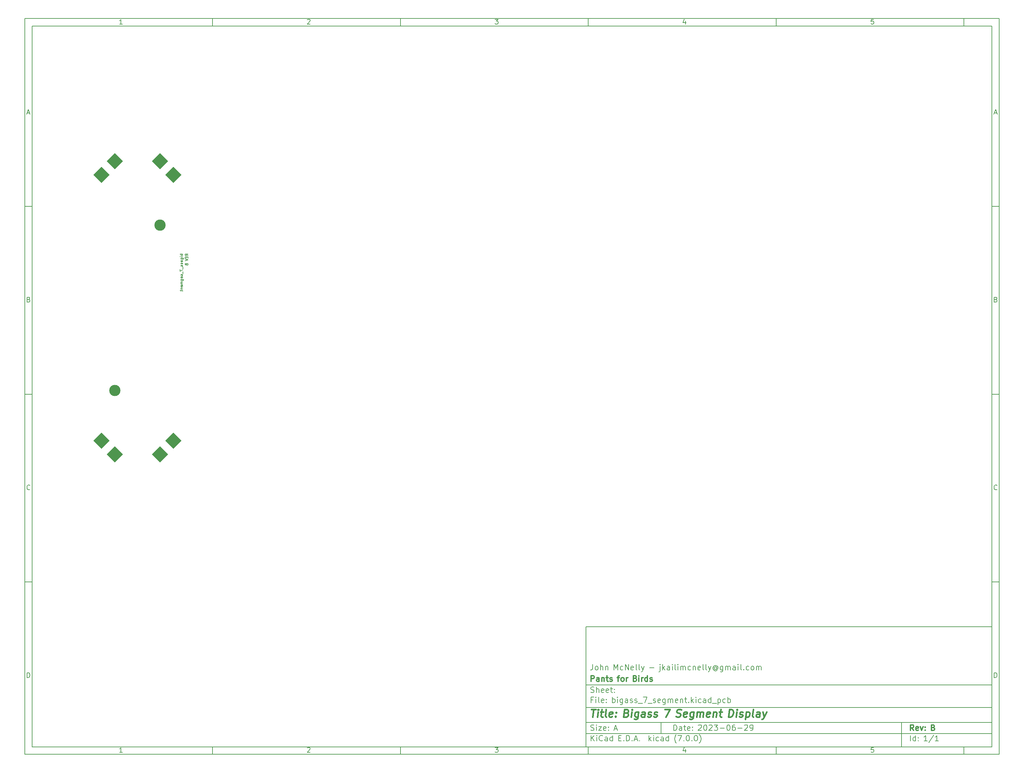
<source format=gbr>
G04 #@! TF.GenerationSoftware,KiCad,Pcbnew,(7.0.0)*
G04 #@! TF.CreationDate,2023-06-29T13:30:24-07:00*
G04 #@! TF.ProjectId,bigass_7_segment,62696761-7373-45f3-975f-7365676d656e,B*
G04 #@! TF.SameCoordinates,Original*
G04 #@! TF.FileFunction,Soldermask,Bot*
G04 #@! TF.FilePolarity,Negative*
%FSLAX46Y46*%
G04 Gerber Fmt 4.6, Leading zero omitted, Abs format (unit mm)*
G04 Created by KiCad (PCBNEW (7.0.0)) date 2023-06-29 13:30:24*
%MOMM*%
%LPD*%
G01*
G04 APERTURE LIST*
G04 Aperture macros list*
%AMRotRect*
0 Rectangle, with rotation*
0 The origin of the aperture is its center*
0 $1 length*
0 $2 width*
0 $3 Rotation angle, in degrees counterclockwise*
0 Add horizontal line*
21,1,$1,$2,0,0,$3*%
G04 Aperture macros list end*
%ADD10C,0.100000*%
%ADD11C,0.150000*%
%ADD12C,0.300000*%
%ADD13C,0.400000*%
%ADD14RotRect,3.000000X3.000000X135.000000*%
%ADD15RotRect,3.000000X3.000000X225.000000*%
%ADD16RotRect,3.000000X3.000000X45.000000*%
%ADD17RotRect,3.000000X3.000000X315.000000*%
%ADD18C,3.000000*%
G04 APERTURE END LIST*
D10*
D11*
X159400000Y-171900000D02*
X267400000Y-171900000D01*
X267400000Y-203900000D01*
X159400000Y-203900000D01*
X159400000Y-171900000D01*
D10*
D11*
X10000000Y-10000000D02*
X269400000Y-10000000D01*
X269400000Y-205900000D01*
X10000000Y-205900000D01*
X10000000Y-10000000D01*
D10*
D11*
X12000000Y-12000000D02*
X267400000Y-12000000D01*
X267400000Y-203900000D01*
X12000000Y-203900000D01*
X12000000Y-12000000D01*
D10*
D11*
X60000000Y-12000000D02*
X60000000Y-10000000D01*
D10*
D11*
X110000000Y-12000000D02*
X110000000Y-10000000D01*
D10*
D11*
X160000000Y-12000000D02*
X160000000Y-10000000D01*
D10*
D11*
X210000000Y-12000000D02*
X210000000Y-10000000D01*
D10*
D11*
X260000000Y-12000000D02*
X260000000Y-10000000D01*
D10*
D11*
X35990476Y-11477595D02*
X35247619Y-11477595D01*
X35619047Y-11477595D02*
X35619047Y-10177595D01*
X35619047Y-10177595D02*
X35495238Y-10363309D01*
X35495238Y-10363309D02*
X35371428Y-10487119D01*
X35371428Y-10487119D02*
X35247619Y-10549023D01*
D10*
D11*
X85247619Y-10301404D02*
X85309523Y-10239500D01*
X85309523Y-10239500D02*
X85433333Y-10177595D01*
X85433333Y-10177595D02*
X85742857Y-10177595D01*
X85742857Y-10177595D02*
X85866666Y-10239500D01*
X85866666Y-10239500D02*
X85928571Y-10301404D01*
X85928571Y-10301404D02*
X85990476Y-10425214D01*
X85990476Y-10425214D02*
X85990476Y-10549023D01*
X85990476Y-10549023D02*
X85928571Y-10734738D01*
X85928571Y-10734738D02*
X85185714Y-11477595D01*
X85185714Y-11477595D02*
X85990476Y-11477595D01*
D10*
D11*
X135185714Y-10177595D02*
X135990476Y-10177595D01*
X135990476Y-10177595D02*
X135557142Y-10672833D01*
X135557142Y-10672833D02*
X135742857Y-10672833D01*
X135742857Y-10672833D02*
X135866666Y-10734738D01*
X135866666Y-10734738D02*
X135928571Y-10796642D01*
X135928571Y-10796642D02*
X135990476Y-10920452D01*
X135990476Y-10920452D02*
X135990476Y-11229976D01*
X135990476Y-11229976D02*
X135928571Y-11353785D01*
X135928571Y-11353785D02*
X135866666Y-11415690D01*
X135866666Y-11415690D02*
X135742857Y-11477595D01*
X135742857Y-11477595D02*
X135371428Y-11477595D01*
X135371428Y-11477595D02*
X135247619Y-11415690D01*
X135247619Y-11415690D02*
X135185714Y-11353785D01*
D10*
D11*
X185866666Y-10610928D02*
X185866666Y-11477595D01*
X185557142Y-10115690D02*
X185247619Y-11044261D01*
X185247619Y-11044261D02*
X186052380Y-11044261D01*
D10*
D11*
X235928571Y-10177595D02*
X235309523Y-10177595D01*
X235309523Y-10177595D02*
X235247619Y-10796642D01*
X235247619Y-10796642D02*
X235309523Y-10734738D01*
X235309523Y-10734738D02*
X235433333Y-10672833D01*
X235433333Y-10672833D02*
X235742857Y-10672833D01*
X235742857Y-10672833D02*
X235866666Y-10734738D01*
X235866666Y-10734738D02*
X235928571Y-10796642D01*
X235928571Y-10796642D02*
X235990476Y-10920452D01*
X235990476Y-10920452D02*
X235990476Y-11229976D01*
X235990476Y-11229976D02*
X235928571Y-11353785D01*
X235928571Y-11353785D02*
X235866666Y-11415690D01*
X235866666Y-11415690D02*
X235742857Y-11477595D01*
X235742857Y-11477595D02*
X235433333Y-11477595D01*
X235433333Y-11477595D02*
X235309523Y-11415690D01*
X235309523Y-11415690D02*
X235247619Y-11353785D01*
D10*
D11*
X60000000Y-203900000D02*
X60000000Y-205900000D01*
D10*
D11*
X110000000Y-203900000D02*
X110000000Y-205900000D01*
D10*
D11*
X160000000Y-203900000D02*
X160000000Y-205900000D01*
D10*
D11*
X210000000Y-203900000D02*
X210000000Y-205900000D01*
D10*
D11*
X260000000Y-203900000D02*
X260000000Y-205900000D01*
D10*
D11*
X35990476Y-205377595D02*
X35247619Y-205377595D01*
X35619047Y-205377595D02*
X35619047Y-204077595D01*
X35619047Y-204077595D02*
X35495238Y-204263309D01*
X35495238Y-204263309D02*
X35371428Y-204387119D01*
X35371428Y-204387119D02*
X35247619Y-204449023D01*
D10*
D11*
X85247619Y-204201404D02*
X85309523Y-204139500D01*
X85309523Y-204139500D02*
X85433333Y-204077595D01*
X85433333Y-204077595D02*
X85742857Y-204077595D01*
X85742857Y-204077595D02*
X85866666Y-204139500D01*
X85866666Y-204139500D02*
X85928571Y-204201404D01*
X85928571Y-204201404D02*
X85990476Y-204325214D01*
X85990476Y-204325214D02*
X85990476Y-204449023D01*
X85990476Y-204449023D02*
X85928571Y-204634738D01*
X85928571Y-204634738D02*
X85185714Y-205377595D01*
X85185714Y-205377595D02*
X85990476Y-205377595D01*
D10*
D11*
X135185714Y-204077595D02*
X135990476Y-204077595D01*
X135990476Y-204077595D02*
X135557142Y-204572833D01*
X135557142Y-204572833D02*
X135742857Y-204572833D01*
X135742857Y-204572833D02*
X135866666Y-204634738D01*
X135866666Y-204634738D02*
X135928571Y-204696642D01*
X135928571Y-204696642D02*
X135990476Y-204820452D01*
X135990476Y-204820452D02*
X135990476Y-205129976D01*
X135990476Y-205129976D02*
X135928571Y-205253785D01*
X135928571Y-205253785D02*
X135866666Y-205315690D01*
X135866666Y-205315690D02*
X135742857Y-205377595D01*
X135742857Y-205377595D02*
X135371428Y-205377595D01*
X135371428Y-205377595D02*
X135247619Y-205315690D01*
X135247619Y-205315690D02*
X135185714Y-205253785D01*
D10*
D11*
X185866666Y-204510928D02*
X185866666Y-205377595D01*
X185557142Y-204015690D02*
X185247619Y-204944261D01*
X185247619Y-204944261D02*
X186052380Y-204944261D01*
D10*
D11*
X235928571Y-204077595D02*
X235309523Y-204077595D01*
X235309523Y-204077595D02*
X235247619Y-204696642D01*
X235247619Y-204696642D02*
X235309523Y-204634738D01*
X235309523Y-204634738D02*
X235433333Y-204572833D01*
X235433333Y-204572833D02*
X235742857Y-204572833D01*
X235742857Y-204572833D02*
X235866666Y-204634738D01*
X235866666Y-204634738D02*
X235928571Y-204696642D01*
X235928571Y-204696642D02*
X235990476Y-204820452D01*
X235990476Y-204820452D02*
X235990476Y-205129976D01*
X235990476Y-205129976D02*
X235928571Y-205253785D01*
X235928571Y-205253785D02*
X235866666Y-205315690D01*
X235866666Y-205315690D02*
X235742857Y-205377595D01*
X235742857Y-205377595D02*
X235433333Y-205377595D01*
X235433333Y-205377595D02*
X235309523Y-205315690D01*
X235309523Y-205315690D02*
X235247619Y-205253785D01*
D10*
D11*
X10000000Y-60000000D02*
X12000000Y-60000000D01*
D10*
D11*
X10000000Y-110000000D02*
X12000000Y-110000000D01*
D10*
D11*
X10000000Y-160000000D02*
X12000000Y-160000000D01*
D10*
D11*
X10690476Y-35106166D02*
X11309523Y-35106166D01*
X10566666Y-35477595D02*
X10999999Y-34177595D01*
X10999999Y-34177595D02*
X11433333Y-35477595D01*
D10*
D11*
X11092857Y-84796642D02*
X11278571Y-84858547D01*
X11278571Y-84858547D02*
X11340476Y-84920452D01*
X11340476Y-84920452D02*
X11402380Y-85044261D01*
X11402380Y-85044261D02*
X11402380Y-85229976D01*
X11402380Y-85229976D02*
X11340476Y-85353785D01*
X11340476Y-85353785D02*
X11278571Y-85415690D01*
X11278571Y-85415690D02*
X11154761Y-85477595D01*
X11154761Y-85477595D02*
X10659523Y-85477595D01*
X10659523Y-85477595D02*
X10659523Y-84177595D01*
X10659523Y-84177595D02*
X11092857Y-84177595D01*
X11092857Y-84177595D02*
X11216666Y-84239500D01*
X11216666Y-84239500D02*
X11278571Y-84301404D01*
X11278571Y-84301404D02*
X11340476Y-84425214D01*
X11340476Y-84425214D02*
X11340476Y-84549023D01*
X11340476Y-84549023D02*
X11278571Y-84672833D01*
X11278571Y-84672833D02*
X11216666Y-84734738D01*
X11216666Y-84734738D02*
X11092857Y-84796642D01*
X11092857Y-84796642D02*
X10659523Y-84796642D01*
D10*
D11*
X11402380Y-135353785D02*
X11340476Y-135415690D01*
X11340476Y-135415690D02*
X11154761Y-135477595D01*
X11154761Y-135477595D02*
X11030952Y-135477595D01*
X11030952Y-135477595D02*
X10845238Y-135415690D01*
X10845238Y-135415690D02*
X10721428Y-135291880D01*
X10721428Y-135291880D02*
X10659523Y-135168071D01*
X10659523Y-135168071D02*
X10597619Y-134920452D01*
X10597619Y-134920452D02*
X10597619Y-134734738D01*
X10597619Y-134734738D02*
X10659523Y-134487119D01*
X10659523Y-134487119D02*
X10721428Y-134363309D01*
X10721428Y-134363309D02*
X10845238Y-134239500D01*
X10845238Y-134239500D02*
X11030952Y-134177595D01*
X11030952Y-134177595D02*
X11154761Y-134177595D01*
X11154761Y-134177595D02*
X11340476Y-134239500D01*
X11340476Y-134239500D02*
X11402380Y-134301404D01*
D10*
D11*
X10659523Y-185477595D02*
X10659523Y-184177595D01*
X10659523Y-184177595D02*
X10969047Y-184177595D01*
X10969047Y-184177595D02*
X11154761Y-184239500D01*
X11154761Y-184239500D02*
X11278571Y-184363309D01*
X11278571Y-184363309D02*
X11340476Y-184487119D01*
X11340476Y-184487119D02*
X11402380Y-184734738D01*
X11402380Y-184734738D02*
X11402380Y-184920452D01*
X11402380Y-184920452D02*
X11340476Y-185168071D01*
X11340476Y-185168071D02*
X11278571Y-185291880D01*
X11278571Y-185291880D02*
X11154761Y-185415690D01*
X11154761Y-185415690D02*
X10969047Y-185477595D01*
X10969047Y-185477595D02*
X10659523Y-185477595D01*
D10*
D11*
X269400000Y-60000000D02*
X267400000Y-60000000D01*
D10*
D11*
X269400000Y-110000000D02*
X267400000Y-110000000D01*
D10*
D11*
X269400000Y-160000000D02*
X267400000Y-160000000D01*
D10*
D11*
X268090476Y-35106166D02*
X268709523Y-35106166D01*
X267966666Y-35477595D02*
X268399999Y-34177595D01*
X268399999Y-34177595D02*
X268833333Y-35477595D01*
D10*
D11*
X268492857Y-84796642D02*
X268678571Y-84858547D01*
X268678571Y-84858547D02*
X268740476Y-84920452D01*
X268740476Y-84920452D02*
X268802380Y-85044261D01*
X268802380Y-85044261D02*
X268802380Y-85229976D01*
X268802380Y-85229976D02*
X268740476Y-85353785D01*
X268740476Y-85353785D02*
X268678571Y-85415690D01*
X268678571Y-85415690D02*
X268554761Y-85477595D01*
X268554761Y-85477595D02*
X268059523Y-85477595D01*
X268059523Y-85477595D02*
X268059523Y-84177595D01*
X268059523Y-84177595D02*
X268492857Y-84177595D01*
X268492857Y-84177595D02*
X268616666Y-84239500D01*
X268616666Y-84239500D02*
X268678571Y-84301404D01*
X268678571Y-84301404D02*
X268740476Y-84425214D01*
X268740476Y-84425214D02*
X268740476Y-84549023D01*
X268740476Y-84549023D02*
X268678571Y-84672833D01*
X268678571Y-84672833D02*
X268616666Y-84734738D01*
X268616666Y-84734738D02*
X268492857Y-84796642D01*
X268492857Y-84796642D02*
X268059523Y-84796642D01*
D10*
D11*
X268802380Y-135353785D02*
X268740476Y-135415690D01*
X268740476Y-135415690D02*
X268554761Y-135477595D01*
X268554761Y-135477595D02*
X268430952Y-135477595D01*
X268430952Y-135477595D02*
X268245238Y-135415690D01*
X268245238Y-135415690D02*
X268121428Y-135291880D01*
X268121428Y-135291880D02*
X268059523Y-135168071D01*
X268059523Y-135168071D02*
X267997619Y-134920452D01*
X267997619Y-134920452D02*
X267997619Y-134734738D01*
X267997619Y-134734738D02*
X268059523Y-134487119D01*
X268059523Y-134487119D02*
X268121428Y-134363309D01*
X268121428Y-134363309D02*
X268245238Y-134239500D01*
X268245238Y-134239500D02*
X268430952Y-134177595D01*
X268430952Y-134177595D02*
X268554761Y-134177595D01*
X268554761Y-134177595D02*
X268740476Y-134239500D01*
X268740476Y-134239500D02*
X268802380Y-134301404D01*
D10*
D11*
X268059523Y-185477595D02*
X268059523Y-184177595D01*
X268059523Y-184177595D02*
X268369047Y-184177595D01*
X268369047Y-184177595D02*
X268554761Y-184239500D01*
X268554761Y-184239500D02*
X268678571Y-184363309D01*
X268678571Y-184363309D02*
X268740476Y-184487119D01*
X268740476Y-184487119D02*
X268802380Y-184734738D01*
X268802380Y-184734738D02*
X268802380Y-184920452D01*
X268802380Y-184920452D02*
X268740476Y-185168071D01*
X268740476Y-185168071D02*
X268678571Y-185291880D01*
X268678571Y-185291880D02*
X268554761Y-185415690D01*
X268554761Y-185415690D02*
X268369047Y-185477595D01*
X268369047Y-185477595D02*
X268059523Y-185477595D01*
D10*
D11*
X182757142Y-199551071D02*
X182757142Y-198051071D01*
X182757142Y-198051071D02*
X183114285Y-198051071D01*
X183114285Y-198051071D02*
X183328571Y-198122500D01*
X183328571Y-198122500D02*
X183471428Y-198265357D01*
X183471428Y-198265357D02*
X183542857Y-198408214D01*
X183542857Y-198408214D02*
X183614285Y-198693928D01*
X183614285Y-198693928D02*
X183614285Y-198908214D01*
X183614285Y-198908214D02*
X183542857Y-199193928D01*
X183542857Y-199193928D02*
X183471428Y-199336785D01*
X183471428Y-199336785D02*
X183328571Y-199479642D01*
X183328571Y-199479642D02*
X183114285Y-199551071D01*
X183114285Y-199551071D02*
X182757142Y-199551071D01*
X184900000Y-199551071D02*
X184900000Y-198765357D01*
X184900000Y-198765357D02*
X184828571Y-198622500D01*
X184828571Y-198622500D02*
X184685714Y-198551071D01*
X184685714Y-198551071D02*
X184400000Y-198551071D01*
X184400000Y-198551071D02*
X184257142Y-198622500D01*
X184900000Y-199479642D02*
X184757142Y-199551071D01*
X184757142Y-199551071D02*
X184400000Y-199551071D01*
X184400000Y-199551071D02*
X184257142Y-199479642D01*
X184257142Y-199479642D02*
X184185714Y-199336785D01*
X184185714Y-199336785D02*
X184185714Y-199193928D01*
X184185714Y-199193928D02*
X184257142Y-199051071D01*
X184257142Y-199051071D02*
X184400000Y-198979642D01*
X184400000Y-198979642D02*
X184757142Y-198979642D01*
X184757142Y-198979642D02*
X184900000Y-198908214D01*
X185400000Y-198551071D02*
X185971428Y-198551071D01*
X185614285Y-198051071D02*
X185614285Y-199336785D01*
X185614285Y-199336785D02*
X185685714Y-199479642D01*
X185685714Y-199479642D02*
X185828571Y-199551071D01*
X185828571Y-199551071D02*
X185971428Y-199551071D01*
X187042857Y-199479642D02*
X186900000Y-199551071D01*
X186900000Y-199551071D02*
X186614286Y-199551071D01*
X186614286Y-199551071D02*
X186471428Y-199479642D01*
X186471428Y-199479642D02*
X186400000Y-199336785D01*
X186400000Y-199336785D02*
X186400000Y-198765357D01*
X186400000Y-198765357D02*
X186471428Y-198622500D01*
X186471428Y-198622500D02*
X186614286Y-198551071D01*
X186614286Y-198551071D02*
X186900000Y-198551071D01*
X186900000Y-198551071D02*
X187042857Y-198622500D01*
X187042857Y-198622500D02*
X187114286Y-198765357D01*
X187114286Y-198765357D02*
X187114286Y-198908214D01*
X187114286Y-198908214D02*
X186400000Y-199051071D01*
X187757142Y-199408214D02*
X187828571Y-199479642D01*
X187828571Y-199479642D02*
X187757142Y-199551071D01*
X187757142Y-199551071D02*
X187685714Y-199479642D01*
X187685714Y-199479642D02*
X187757142Y-199408214D01*
X187757142Y-199408214D02*
X187757142Y-199551071D01*
X187757142Y-198622500D02*
X187828571Y-198693928D01*
X187828571Y-198693928D02*
X187757142Y-198765357D01*
X187757142Y-198765357D02*
X187685714Y-198693928D01*
X187685714Y-198693928D02*
X187757142Y-198622500D01*
X187757142Y-198622500D02*
X187757142Y-198765357D01*
X189300000Y-198193928D02*
X189371428Y-198122500D01*
X189371428Y-198122500D02*
X189514286Y-198051071D01*
X189514286Y-198051071D02*
X189871428Y-198051071D01*
X189871428Y-198051071D02*
X190014286Y-198122500D01*
X190014286Y-198122500D02*
X190085714Y-198193928D01*
X190085714Y-198193928D02*
X190157143Y-198336785D01*
X190157143Y-198336785D02*
X190157143Y-198479642D01*
X190157143Y-198479642D02*
X190085714Y-198693928D01*
X190085714Y-198693928D02*
X189228571Y-199551071D01*
X189228571Y-199551071D02*
X190157143Y-199551071D01*
X191085714Y-198051071D02*
X191228571Y-198051071D01*
X191228571Y-198051071D02*
X191371428Y-198122500D01*
X191371428Y-198122500D02*
X191442857Y-198193928D01*
X191442857Y-198193928D02*
X191514285Y-198336785D01*
X191514285Y-198336785D02*
X191585714Y-198622500D01*
X191585714Y-198622500D02*
X191585714Y-198979642D01*
X191585714Y-198979642D02*
X191514285Y-199265357D01*
X191514285Y-199265357D02*
X191442857Y-199408214D01*
X191442857Y-199408214D02*
X191371428Y-199479642D01*
X191371428Y-199479642D02*
X191228571Y-199551071D01*
X191228571Y-199551071D02*
X191085714Y-199551071D01*
X191085714Y-199551071D02*
X190942857Y-199479642D01*
X190942857Y-199479642D02*
X190871428Y-199408214D01*
X190871428Y-199408214D02*
X190799999Y-199265357D01*
X190799999Y-199265357D02*
X190728571Y-198979642D01*
X190728571Y-198979642D02*
X190728571Y-198622500D01*
X190728571Y-198622500D02*
X190799999Y-198336785D01*
X190799999Y-198336785D02*
X190871428Y-198193928D01*
X190871428Y-198193928D02*
X190942857Y-198122500D01*
X190942857Y-198122500D02*
X191085714Y-198051071D01*
X192157142Y-198193928D02*
X192228570Y-198122500D01*
X192228570Y-198122500D02*
X192371428Y-198051071D01*
X192371428Y-198051071D02*
X192728570Y-198051071D01*
X192728570Y-198051071D02*
X192871428Y-198122500D01*
X192871428Y-198122500D02*
X192942856Y-198193928D01*
X192942856Y-198193928D02*
X193014285Y-198336785D01*
X193014285Y-198336785D02*
X193014285Y-198479642D01*
X193014285Y-198479642D02*
X192942856Y-198693928D01*
X192942856Y-198693928D02*
X192085713Y-199551071D01*
X192085713Y-199551071D02*
X193014285Y-199551071D01*
X193514284Y-198051071D02*
X194442856Y-198051071D01*
X194442856Y-198051071D02*
X193942856Y-198622500D01*
X193942856Y-198622500D02*
X194157141Y-198622500D01*
X194157141Y-198622500D02*
X194299999Y-198693928D01*
X194299999Y-198693928D02*
X194371427Y-198765357D01*
X194371427Y-198765357D02*
X194442856Y-198908214D01*
X194442856Y-198908214D02*
X194442856Y-199265357D01*
X194442856Y-199265357D02*
X194371427Y-199408214D01*
X194371427Y-199408214D02*
X194299999Y-199479642D01*
X194299999Y-199479642D02*
X194157141Y-199551071D01*
X194157141Y-199551071D02*
X193728570Y-199551071D01*
X193728570Y-199551071D02*
X193585713Y-199479642D01*
X193585713Y-199479642D02*
X193514284Y-199408214D01*
X195085712Y-198979642D02*
X196228570Y-198979642D01*
X197228570Y-198051071D02*
X197371427Y-198051071D01*
X197371427Y-198051071D02*
X197514284Y-198122500D01*
X197514284Y-198122500D02*
X197585713Y-198193928D01*
X197585713Y-198193928D02*
X197657141Y-198336785D01*
X197657141Y-198336785D02*
X197728570Y-198622500D01*
X197728570Y-198622500D02*
X197728570Y-198979642D01*
X197728570Y-198979642D02*
X197657141Y-199265357D01*
X197657141Y-199265357D02*
X197585713Y-199408214D01*
X197585713Y-199408214D02*
X197514284Y-199479642D01*
X197514284Y-199479642D02*
X197371427Y-199551071D01*
X197371427Y-199551071D02*
X197228570Y-199551071D01*
X197228570Y-199551071D02*
X197085713Y-199479642D01*
X197085713Y-199479642D02*
X197014284Y-199408214D01*
X197014284Y-199408214D02*
X196942855Y-199265357D01*
X196942855Y-199265357D02*
X196871427Y-198979642D01*
X196871427Y-198979642D02*
X196871427Y-198622500D01*
X196871427Y-198622500D02*
X196942855Y-198336785D01*
X196942855Y-198336785D02*
X197014284Y-198193928D01*
X197014284Y-198193928D02*
X197085713Y-198122500D01*
X197085713Y-198122500D02*
X197228570Y-198051071D01*
X199014284Y-198051071D02*
X198728569Y-198051071D01*
X198728569Y-198051071D02*
X198585712Y-198122500D01*
X198585712Y-198122500D02*
X198514284Y-198193928D01*
X198514284Y-198193928D02*
X198371426Y-198408214D01*
X198371426Y-198408214D02*
X198299998Y-198693928D01*
X198299998Y-198693928D02*
X198299998Y-199265357D01*
X198299998Y-199265357D02*
X198371426Y-199408214D01*
X198371426Y-199408214D02*
X198442855Y-199479642D01*
X198442855Y-199479642D02*
X198585712Y-199551071D01*
X198585712Y-199551071D02*
X198871426Y-199551071D01*
X198871426Y-199551071D02*
X199014284Y-199479642D01*
X199014284Y-199479642D02*
X199085712Y-199408214D01*
X199085712Y-199408214D02*
X199157141Y-199265357D01*
X199157141Y-199265357D02*
X199157141Y-198908214D01*
X199157141Y-198908214D02*
X199085712Y-198765357D01*
X199085712Y-198765357D02*
X199014284Y-198693928D01*
X199014284Y-198693928D02*
X198871426Y-198622500D01*
X198871426Y-198622500D02*
X198585712Y-198622500D01*
X198585712Y-198622500D02*
X198442855Y-198693928D01*
X198442855Y-198693928D02*
X198371426Y-198765357D01*
X198371426Y-198765357D02*
X198299998Y-198908214D01*
X199799997Y-198979642D02*
X200942855Y-198979642D01*
X201585712Y-198193928D02*
X201657140Y-198122500D01*
X201657140Y-198122500D02*
X201799998Y-198051071D01*
X201799998Y-198051071D02*
X202157140Y-198051071D01*
X202157140Y-198051071D02*
X202299998Y-198122500D01*
X202299998Y-198122500D02*
X202371426Y-198193928D01*
X202371426Y-198193928D02*
X202442855Y-198336785D01*
X202442855Y-198336785D02*
X202442855Y-198479642D01*
X202442855Y-198479642D02*
X202371426Y-198693928D01*
X202371426Y-198693928D02*
X201514283Y-199551071D01*
X201514283Y-199551071D02*
X202442855Y-199551071D01*
X203157140Y-199551071D02*
X203442854Y-199551071D01*
X203442854Y-199551071D02*
X203585711Y-199479642D01*
X203585711Y-199479642D02*
X203657140Y-199408214D01*
X203657140Y-199408214D02*
X203799997Y-199193928D01*
X203799997Y-199193928D02*
X203871426Y-198908214D01*
X203871426Y-198908214D02*
X203871426Y-198336785D01*
X203871426Y-198336785D02*
X203799997Y-198193928D01*
X203799997Y-198193928D02*
X203728569Y-198122500D01*
X203728569Y-198122500D02*
X203585711Y-198051071D01*
X203585711Y-198051071D02*
X203299997Y-198051071D01*
X203299997Y-198051071D02*
X203157140Y-198122500D01*
X203157140Y-198122500D02*
X203085711Y-198193928D01*
X203085711Y-198193928D02*
X203014283Y-198336785D01*
X203014283Y-198336785D02*
X203014283Y-198693928D01*
X203014283Y-198693928D02*
X203085711Y-198836785D01*
X203085711Y-198836785D02*
X203157140Y-198908214D01*
X203157140Y-198908214D02*
X203299997Y-198979642D01*
X203299997Y-198979642D02*
X203585711Y-198979642D01*
X203585711Y-198979642D02*
X203728569Y-198908214D01*
X203728569Y-198908214D02*
X203799997Y-198836785D01*
X203799997Y-198836785D02*
X203871426Y-198693928D01*
D10*
D11*
X159400000Y-200400000D02*
X267400000Y-200400000D01*
D10*
D11*
X160757142Y-202351071D02*
X160757142Y-200851071D01*
X161614285Y-202351071D02*
X160971428Y-201493928D01*
X161614285Y-200851071D02*
X160757142Y-201708214D01*
X162257142Y-202351071D02*
X162257142Y-201351071D01*
X162257142Y-200851071D02*
X162185714Y-200922500D01*
X162185714Y-200922500D02*
X162257142Y-200993928D01*
X162257142Y-200993928D02*
X162328571Y-200922500D01*
X162328571Y-200922500D02*
X162257142Y-200851071D01*
X162257142Y-200851071D02*
X162257142Y-200993928D01*
X163828571Y-202208214D02*
X163757143Y-202279642D01*
X163757143Y-202279642D02*
X163542857Y-202351071D01*
X163542857Y-202351071D02*
X163400000Y-202351071D01*
X163400000Y-202351071D02*
X163185714Y-202279642D01*
X163185714Y-202279642D02*
X163042857Y-202136785D01*
X163042857Y-202136785D02*
X162971428Y-201993928D01*
X162971428Y-201993928D02*
X162900000Y-201708214D01*
X162900000Y-201708214D02*
X162900000Y-201493928D01*
X162900000Y-201493928D02*
X162971428Y-201208214D01*
X162971428Y-201208214D02*
X163042857Y-201065357D01*
X163042857Y-201065357D02*
X163185714Y-200922500D01*
X163185714Y-200922500D02*
X163400000Y-200851071D01*
X163400000Y-200851071D02*
X163542857Y-200851071D01*
X163542857Y-200851071D02*
X163757143Y-200922500D01*
X163757143Y-200922500D02*
X163828571Y-200993928D01*
X165114286Y-202351071D02*
X165114286Y-201565357D01*
X165114286Y-201565357D02*
X165042857Y-201422500D01*
X165042857Y-201422500D02*
X164900000Y-201351071D01*
X164900000Y-201351071D02*
X164614286Y-201351071D01*
X164614286Y-201351071D02*
X164471428Y-201422500D01*
X165114286Y-202279642D02*
X164971428Y-202351071D01*
X164971428Y-202351071D02*
X164614286Y-202351071D01*
X164614286Y-202351071D02*
X164471428Y-202279642D01*
X164471428Y-202279642D02*
X164400000Y-202136785D01*
X164400000Y-202136785D02*
X164400000Y-201993928D01*
X164400000Y-201993928D02*
X164471428Y-201851071D01*
X164471428Y-201851071D02*
X164614286Y-201779642D01*
X164614286Y-201779642D02*
X164971428Y-201779642D01*
X164971428Y-201779642D02*
X165114286Y-201708214D01*
X166471429Y-202351071D02*
X166471429Y-200851071D01*
X166471429Y-202279642D02*
X166328571Y-202351071D01*
X166328571Y-202351071D02*
X166042857Y-202351071D01*
X166042857Y-202351071D02*
X165900000Y-202279642D01*
X165900000Y-202279642D02*
X165828571Y-202208214D01*
X165828571Y-202208214D02*
X165757143Y-202065357D01*
X165757143Y-202065357D02*
X165757143Y-201636785D01*
X165757143Y-201636785D02*
X165828571Y-201493928D01*
X165828571Y-201493928D02*
X165900000Y-201422500D01*
X165900000Y-201422500D02*
X166042857Y-201351071D01*
X166042857Y-201351071D02*
X166328571Y-201351071D01*
X166328571Y-201351071D02*
X166471429Y-201422500D01*
X168085714Y-201565357D02*
X168585714Y-201565357D01*
X168800000Y-202351071D02*
X168085714Y-202351071D01*
X168085714Y-202351071D02*
X168085714Y-200851071D01*
X168085714Y-200851071D02*
X168800000Y-200851071D01*
X169442857Y-202208214D02*
X169514286Y-202279642D01*
X169514286Y-202279642D02*
X169442857Y-202351071D01*
X169442857Y-202351071D02*
X169371429Y-202279642D01*
X169371429Y-202279642D02*
X169442857Y-202208214D01*
X169442857Y-202208214D02*
X169442857Y-202351071D01*
X170157143Y-202351071D02*
X170157143Y-200851071D01*
X170157143Y-200851071D02*
X170514286Y-200851071D01*
X170514286Y-200851071D02*
X170728572Y-200922500D01*
X170728572Y-200922500D02*
X170871429Y-201065357D01*
X170871429Y-201065357D02*
X170942858Y-201208214D01*
X170942858Y-201208214D02*
X171014286Y-201493928D01*
X171014286Y-201493928D02*
X171014286Y-201708214D01*
X171014286Y-201708214D02*
X170942858Y-201993928D01*
X170942858Y-201993928D02*
X170871429Y-202136785D01*
X170871429Y-202136785D02*
X170728572Y-202279642D01*
X170728572Y-202279642D02*
X170514286Y-202351071D01*
X170514286Y-202351071D02*
X170157143Y-202351071D01*
X171657143Y-202208214D02*
X171728572Y-202279642D01*
X171728572Y-202279642D02*
X171657143Y-202351071D01*
X171657143Y-202351071D02*
X171585715Y-202279642D01*
X171585715Y-202279642D02*
X171657143Y-202208214D01*
X171657143Y-202208214D02*
X171657143Y-202351071D01*
X172300001Y-201922500D02*
X173014287Y-201922500D01*
X172157144Y-202351071D02*
X172657144Y-200851071D01*
X172657144Y-200851071D02*
X173157144Y-202351071D01*
X173657143Y-202208214D02*
X173728572Y-202279642D01*
X173728572Y-202279642D02*
X173657143Y-202351071D01*
X173657143Y-202351071D02*
X173585715Y-202279642D01*
X173585715Y-202279642D02*
X173657143Y-202208214D01*
X173657143Y-202208214D02*
X173657143Y-202351071D01*
X176171429Y-202351071D02*
X176171429Y-200851071D01*
X176314287Y-201779642D02*
X176742858Y-202351071D01*
X176742858Y-201351071D02*
X176171429Y-201922500D01*
X177385715Y-202351071D02*
X177385715Y-201351071D01*
X177385715Y-200851071D02*
X177314287Y-200922500D01*
X177314287Y-200922500D02*
X177385715Y-200993928D01*
X177385715Y-200993928D02*
X177457144Y-200922500D01*
X177457144Y-200922500D02*
X177385715Y-200851071D01*
X177385715Y-200851071D02*
X177385715Y-200993928D01*
X178742859Y-202279642D02*
X178600001Y-202351071D01*
X178600001Y-202351071D02*
X178314287Y-202351071D01*
X178314287Y-202351071D02*
X178171430Y-202279642D01*
X178171430Y-202279642D02*
X178100001Y-202208214D01*
X178100001Y-202208214D02*
X178028573Y-202065357D01*
X178028573Y-202065357D02*
X178028573Y-201636785D01*
X178028573Y-201636785D02*
X178100001Y-201493928D01*
X178100001Y-201493928D02*
X178171430Y-201422500D01*
X178171430Y-201422500D02*
X178314287Y-201351071D01*
X178314287Y-201351071D02*
X178600001Y-201351071D01*
X178600001Y-201351071D02*
X178742859Y-201422500D01*
X180028573Y-202351071D02*
X180028573Y-201565357D01*
X180028573Y-201565357D02*
X179957144Y-201422500D01*
X179957144Y-201422500D02*
X179814287Y-201351071D01*
X179814287Y-201351071D02*
X179528573Y-201351071D01*
X179528573Y-201351071D02*
X179385715Y-201422500D01*
X180028573Y-202279642D02*
X179885715Y-202351071D01*
X179885715Y-202351071D02*
X179528573Y-202351071D01*
X179528573Y-202351071D02*
X179385715Y-202279642D01*
X179385715Y-202279642D02*
X179314287Y-202136785D01*
X179314287Y-202136785D02*
X179314287Y-201993928D01*
X179314287Y-201993928D02*
X179385715Y-201851071D01*
X179385715Y-201851071D02*
X179528573Y-201779642D01*
X179528573Y-201779642D02*
X179885715Y-201779642D01*
X179885715Y-201779642D02*
X180028573Y-201708214D01*
X181385716Y-202351071D02*
X181385716Y-200851071D01*
X181385716Y-202279642D02*
X181242858Y-202351071D01*
X181242858Y-202351071D02*
X180957144Y-202351071D01*
X180957144Y-202351071D02*
X180814287Y-202279642D01*
X180814287Y-202279642D02*
X180742858Y-202208214D01*
X180742858Y-202208214D02*
X180671430Y-202065357D01*
X180671430Y-202065357D02*
X180671430Y-201636785D01*
X180671430Y-201636785D02*
X180742858Y-201493928D01*
X180742858Y-201493928D02*
X180814287Y-201422500D01*
X180814287Y-201422500D02*
X180957144Y-201351071D01*
X180957144Y-201351071D02*
X181242858Y-201351071D01*
X181242858Y-201351071D02*
X181385716Y-201422500D01*
X183428573Y-202922500D02*
X183357144Y-202851071D01*
X183357144Y-202851071D02*
X183214287Y-202636785D01*
X183214287Y-202636785D02*
X183142859Y-202493928D01*
X183142859Y-202493928D02*
X183071430Y-202279642D01*
X183071430Y-202279642D02*
X183000001Y-201922500D01*
X183000001Y-201922500D02*
X183000001Y-201636785D01*
X183000001Y-201636785D02*
X183071430Y-201279642D01*
X183071430Y-201279642D02*
X183142859Y-201065357D01*
X183142859Y-201065357D02*
X183214287Y-200922500D01*
X183214287Y-200922500D02*
X183357144Y-200708214D01*
X183357144Y-200708214D02*
X183428573Y-200636785D01*
X183857144Y-200851071D02*
X184857144Y-200851071D01*
X184857144Y-200851071D02*
X184214287Y-202351071D01*
X185428572Y-202208214D02*
X185500001Y-202279642D01*
X185500001Y-202279642D02*
X185428572Y-202351071D01*
X185428572Y-202351071D02*
X185357144Y-202279642D01*
X185357144Y-202279642D02*
X185428572Y-202208214D01*
X185428572Y-202208214D02*
X185428572Y-202351071D01*
X186428573Y-200851071D02*
X186571430Y-200851071D01*
X186571430Y-200851071D02*
X186714287Y-200922500D01*
X186714287Y-200922500D02*
X186785716Y-200993928D01*
X186785716Y-200993928D02*
X186857144Y-201136785D01*
X186857144Y-201136785D02*
X186928573Y-201422500D01*
X186928573Y-201422500D02*
X186928573Y-201779642D01*
X186928573Y-201779642D02*
X186857144Y-202065357D01*
X186857144Y-202065357D02*
X186785716Y-202208214D01*
X186785716Y-202208214D02*
X186714287Y-202279642D01*
X186714287Y-202279642D02*
X186571430Y-202351071D01*
X186571430Y-202351071D02*
X186428573Y-202351071D01*
X186428573Y-202351071D02*
X186285716Y-202279642D01*
X186285716Y-202279642D02*
X186214287Y-202208214D01*
X186214287Y-202208214D02*
X186142858Y-202065357D01*
X186142858Y-202065357D02*
X186071430Y-201779642D01*
X186071430Y-201779642D02*
X186071430Y-201422500D01*
X186071430Y-201422500D02*
X186142858Y-201136785D01*
X186142858Y-201136785D02*
X186214287Y-200993928D01*
X186214287Y-200993928D02*
X186285716Y-200922500D01*
X186285716Y-200922500D02*
X186428573Y-200851071D01*
X187571429Y-202208214D02*
X187642858Y-202279642D01*
X187642858Y-202279642D02*
X187571429Y-202351071D01*
X187571429Y-202351071D02*
X187500001Y-202279642D01*
X187500001Y-202279642D02*
X187571429Y-202208214D01*
X187571429Y-202208214D02*
X187571429Y-202351071D01*
X188571430Y-200851071D02*
X188714287Y-200851071D01*
X188714287Y-200851071D02*
X188857144Y-200922500D01*
X188857144Y-200922500D02*
X188928573Y-200993928D01*
X188928573Y-200993928D02*
X189000001Y-201136785D01*
X189000001Y-201136785D02*
X189071430Y-201422500D01*
X189071430Y-201422500D02*
X189071430Y-201779642D01*
X189071430Y-201779642D02*
X189000001Y-202065357D01*
X189000001Y-202065357D02*
X188928573Y-202208214D01*
X188928573Y-202208214D02*
X188857144Y-202279642D01*
X188857144Y-202279642D02*
X188714287Y-202351071D01*
X188714287Y-202351071D02*
X188571430Y-202351071D01*
X188571430Y-202351071D02*
X188428573Y-202279642D01*
X188428573Y-202279642D02*
X188357144Y-202208214D01*
X188357144Y-202208214D02*
X188285715Y-202065357D01*
X188285715Y-202065357D02*
X188214287Y-201779642D01*
X188214287Y-201779642D02*
X188214287Y-201422500D01*
X188214287Y-201422500D02*
X188285715Y-201136785D01*
X188285715Y-201136785D02*
X188357144Y-200993928D01*
X188357144Y-200993928D02*
X188428573Y-200922500D01*
X188428573Y-200922500D02*
X188571430Y-200851071D01*
X189571429Y-202922500D02*
X189642858Y-202851071D01*
X189642858Y-202851071D02*
X189785715Y-202636785D01*
X189785715Y-202636785D02*
X189857144Y-202493928D01*
X189857144Y-202493928D02*
X189928572Y-202279642D01*
X189928572Y-202279642D02*
X190000001Y-201922500D01*
X190000001Y-201922500D02*
X190000001Y-201636785D01*
X190000001Y-201636785D02*
X189928572Y-201279642D01*
X189928572Y-201279642D02*
X189857144Y-201065357D01*
X189857144Y-201065357D02*
X189785715Y-200922500D01*
X189785715Y-200922500D02*
X189642858Y-200708214D01*
X189642858Y-200708214D02*
X189571429Y-200636785D01*
D10*
D11*
X159400000Y-197400000D02*
X267400000Y-197400000D01*
D10*
D12*
X246614285Y-199551071D02*
X246114285Y-198836785D01*
X245757142Y-199551071D02*
X245757142Y-198051071D01*
X245757142Y-198051071D02*
X246328571Y-198051071D01*
X246328571Y-198051071D02*
X246471428Y-198122500D01*
X246471428Y-198122500D02*
X246542857Y-198193928D01*
X246542857Y-198193928D02*
X246614285Y-198336785D01*
X246614285Y-198336785D02*
X246614285Y-198551071D01*
X246614285Y-198551071D02*
X246542857Y-198693928D01*
X246542857Y-198693928D02*
X246471428Y-198765357D01*
X246471428Y-198765357D02*
X246328571Y-198836785D01*
X246328571Y-198836785D02*
X245757142Y-198836785D01*
X247828571Y-199479642D02*
X247685714Y-199551071D01*
X247685714Y-199551071D02*
X247400000Y-199551071D01*
X247400000Y-199551071D02*
X247257142Y-199479642D01*
X247257142Y-199479642D02*
X247185714Y-199336785D01*
X247185714Y-199336785D02*
X247185714Y-198765357D01*
X247185714Y-198765357D02*
X247257142Y-198622500D01*
X247257142Y-198622500D02*
X247400000Y-198551071D01*
X247400000Y-198551071D02*
X247685714Y-198551071D01*
X247685714Y-198551071D02*
X247828571Y-198622500D01*
X247828571Y-198622500D02*
X247900000Y-198765357D01*
X247900000Y-198765357D02*
X247900000Y-198908214D01*
X247900000Y-198908214D02*
X247185714Y-199051071D01*
X248399999Y-198551071D02*
X248757142Y-199551071D01*
X248757142Y-199551071D02*
X249114285Y-198551071D01*
X249685713Y-199408214D02*
X249757142Y-199479642D01*
X249757142Y-199479642D02*
X249685713Y-199551071D01*
X249685713Y-199551071D02*
X249614285Y-199479642D01*
X249614285Y-199479642D02*
X249685713Y-199408214D01*
X249685713Y-199408214D02*
X249685713Y-199551071D01*
X249685713Y-198622500D02*
X249757142Y-198693928D01*
X249757142Y-198693928D02*
X249685713Y-198765357D01*
X249685713Y-198765357D02*
X249614285Y-198693928D01*
X249614285Y-198693928D02*
X249685713Y-198622500D01*
X249685713Y-198622500D02*
X249685713Y-198765357D01*
X251799999Y-198765357D02*
X252014285Y-198836785D01*
X252014285Y-198836785D02*
X252085714Y-198908214D01*
X252085714Y-198908214D02*
X252157142Y-199051071D01*
X252157142Y-199051071D02*
X252157142Y-199265357D01*
X252157142Y-199265357D02*
X252085714Y-199408214D01*
X252085714Y-199408214D02*
X252014285Y-199479642D01*
X252014285Y-199479642D02*
X251871428Y-199551071D01*
X251871428Y-199551071D02*
X251299999Y-199551071D01*
X251299999Y-199551071D02*
X251299999Y-198051071D01*
X251299999Y-198051071D02*
X251799999Y-198051071D01*
X251799999Y-198051071D02*
X251942857Y-198122500D01*
X251942857Y-198122500D02*
X252014285Y-198193928D01*
X252014285Y-198193928D02*
X252085714Y-198336785D01*
X252085714Y-198336785D02*
X252085714Y-198479642D01*
X252085714Y-198479642D02*
X252014285Y-198622500D01*
X252014285Y-198622500D02*
X251942857Y-198693928D01*
X251942857Y-198693928D02*
X251799999Y-198765357D01*
X251799999Y-198765357D02*
X251299999Y-198765357D01*
D10*
D11*
X160685714Y-199479642D02*
X160900000Y-199551071D01*
X160900000Y-199551071D02*
X161257142Y-199551071D01*
X161257142Y-199551071D02*
X161400000Y-199479642D01*
X161400000Y-199479642D02*
X161471428Y-199408214D01*
X161471428Y-199408214D02*
X161542857Y-199265357D01*
X161542857Y-199265357D02*
X161542857Y-199122500D01*
X161542857Y-199122500D02*
X161471428Y-198979642D01*
X161471428Y-198979642D02*
X161400000Y-198908214D01*
X161400000Y-198908214D02*
X161257142Y-198836785D01*
X161257142Y-198836785D02*
X160971428Y-198765357D01*
X160971428Y-198765357D02*
X160828571Y-198693928D01*
X160828571Y-198693928D02*
X160757142Y-198622500D01*
X160757142Y-198622500D02*
X160685714Y-198479642D01*
X160685714Y-198479642D02*
X160685714Y-198336785D01*
X160685714Y-198336785D02*
X160757142Y-198193928D01*
X160757142Y-198193928D02*
X160828571Y-198122500D01*
X160828571Y-198122500D02*
X160971428Y-198051071D01*
X160971428Y-198051071D02*
X161328571Y-198051071D01*
X161328571Y-198051071D02*
X161542857Y-198122500D01*
X162185713Y-199551071D02*
X162185713Y-198551071D01*
X162185713Y-198051071D02*
X162114285Y-198122500D01*
X162114285Y-198122500D02*
X162185713Y-198193928D01*
X162185713Y-198193928D02*
X162257142Y-198122500D01*
X162257142Y-198122500D02*
X162185713Y-198051071D01*
X162185713Y-198051071D02*
X162185713Y-198193928D01*
X162757142Y-198551071D02*
X163542857Y-198551071D01*
X163542857Y-198551071D02*
X162757142Y-199551071D01*
X162757142Y-199551071D02*
X163542857Y-199551071D01*
X164685714Y-199479642D02*
X164542857Y-199551071D01*
X164542857Y-199551071D02*
X164257143Y-199551071D01*
X164257143Y-199551071D02*
X164114285Y-199479642D01*
X164114285Y-199479642D02*
X164042857Y-199336785D01*
X164042857Y-199336785D02*
X164042857Y-198765357D01*
X164042857Y-198765357D02*
X164114285Y-198622500D01*
X164114285Y-198622500D02*
X164257143Y-198551071D01*
X164257143Y-198551071D02*
X164542857Y-198551071D01*
X164542857Y-198551071D02*
X164685714Y-198622500D01*
X164685714Y-198622500D02*
X164757143Y-198765357D01*
X164757143Y-198765357D02*
X164757143Y-198908214D01*
X164757143Y-198908214D02*
X164042857Y-199051071D01*
X165399999Y-199408214D02*
X165471428Y-199479642D01*
X165471428Y-199479642D02*
X165399999Y-199551071D01*
X165399999Y-199551071D02*
X165328571Y-199479642D01*
X165328571Y-199479642D02*
X165399999Y-199408214D01*
X165399999Y-199408214D02*
X165399999Y-199551071D01*
X165399999Y-198622500D02*
X165471428Y-198693928D01*
X165471428Y-198693928D02*
X165399999Y-198765357D01*
X165399999Y-198765357D02*
X165328571Y-198693928D01*
X165328571Y-198693928D02*
X165399999Y-198622500D01*
X165399999Y-198622500D02*
X165399999Y-198765357D01*
X166942857Y-199122500D02*
X167657143Y-199122500D01*
X166800000Y-199551071D02*
X167300000Y-198051071D01*
X167300000Y-198051071D02*
X167800000Y-199551071D01*
D10*
D11*
X245757142Y-202351071D02*
X245757142Y-200851071D01*
X247114286Y-202351071D02*
X247114286Y-200851071D01*
X247114286Y-202279642D02*
X246971428Y-202351071D01*
X246971428Y-202351071D02*
X246685714Y-202351071D01*
X246685714Y-202351071D02*
X246542857Y-202279642D01*
X246542857Y-202279642D02*
X246471428Y-202208214D01*
X246471428Y-202208214D02*
X246400000Y-202065357D01*
X246400000Y-202065357D02*
X246400000Y-201636785D01*
X246400000Y-201636785D02*
X246471428Y-201493928D01*
X246471428Y-201493928D02*
X246542857Y-201422500D01*
X246542857Y-201422500D02*
X246685714Y-201351071D01*
X246685714Y-201351071D02*
X246971428Y-201351071D01*
X246971428Y-201351071D02*
X247114286Y-201422500D01*
X247828571Y-202208214D02*
X247900000Y-202279642D01*
X247900000Y-202279642D02*
X247828571Y-202351071D01*
X247828571Y-202351071D02*
X247757143Y-202279642D01*
X247757143Y-202279642D02*
X247828571Y-202208214D01*
X247828571Y-202208214D02*
X247828571Y-202351071D01*
X247828571Y-201422500D02*
X247900000Y-201493928D01*
X247900000Y-201493928D02*
X247828571Y-201565357D01*
X247828571Y-201565357D02*
X247757143Y-201493928D01*
X247757143Y-201493928D02*
X247828571Y-201422500D01*
X247828571Y-201422500D02*
X247828571Y-201565357D01*
X250228572Y-202351071D02*
X249371429Y-202351071D01*
X249800000Y-202351071D02*
X249800000Y-200851071D01*
X249800000Y-200851071D02*
X249657143Y-201065357D01*
X249657143Y-201065357D02*
X249514286Y-201208214D01*
X249514286Y-201208214D02*
X249371429Y-201279642D01*
X251942857Y-200779642D02*
X250657143Y-202708214D01*
X253228572Y-202351071D02*
X252371429Y-202351071D01*
X252800000Y-202351071D02*
X252800000Y-200851071D01*
X252800000Y-200851071D02*
X252657143Y-201065357D01*
X252657143Y-201065357D02*
X252514286Y-201208214D01*
X252514286Y-201208214D02*
X252371429Y-201279642D01*
D10*
D11*
X159400000Y-193400000D02*
X267400000Y-193400000D01*
D10*
D13*
X160852380Y-193934761D02*
X161995238Y-193934761D01*
X161173809Y-195934761D02*
X161423809Y-193934761D01*
X162411905Y-195934761D02*
X162578571Y-194601428D01*
X162661905Y-193934761D02*
X162554762Y-194030000D01*
X162554762Y-194030000D02*
X162638095Y-194125238D01*
X162638095Y-194125238D02*
X162745238Y-194030000D01*
X162745238Y-194030000D02*
X162661905Y-193934761D01*
X162661905Y-193934761D02*
X162638095Y-194125238D01*
X163245238Y-194601428D02*
X164007143Y-194601428D01*
X163614286Y-193934761D02*
X163400000Y-195649047D01*
X163400000Y-195649047D02*
X163471429Y-195839523D01*
X163471429Y-195839523D02*
X163650000Y-195934761D01*
X163650000Y-195934761D02*
X163840476Y-195934761D01*
X164792857Y-195934761D02*
X164614286Y-195839523D01*
X164614286Y-195839523D02*
X164542857Y-195649047D01*
X164542857Y-195649047D02*
X164757143Y-193934761D01*
X166328571Y-195839523D02*
X166126190Y-195934761D01*
X166126190Y-195934761D02*
X165745238Y-195934761D01*
X165745238Y-195934761D02*
X165566667Y-195839523D01*
X165566667Y-195839523D02*
X165495238Y-195649047D01*
X165495238Y-195649047D02*
X165590476Y-194887142D01*
X165590476Y-194887142D02*
X165709524Y-194696666D01*
X165709524Y-194696666D02*
X165911905Y-194601428D01*
X165911905Y-194601428D02*
X166292857Y-194601428D01*
X166292857Y-194601428D02*
X166471428Y-194696666D01*
X166471428Y-194696666D02*
X166542857Y-194887142D01*
X166542857Y-194887142D02*
X166519047Y-195077619D01*
X166519047Y-195077619D02*
X165542857Y-195268095D01*
X167292857Y-195744285D02*
X167376191Y-195839523D01*
X167376191Y-195839523D02*
X167269048Y-195934761D01*
X167269048Y-195934761D02*
X167185714Y-195839523D01*
X167185714Y-195839523D02*
X167292857Y-195744285D01*
X167292857Y-195744285D02*
X167269048Y-195934761D01*
X167423810Y-194696666D02*
X167507143Y-194791904D01*
X167507143Y-194791904D02*
X167400000Y-194887142D01*
X167400000Y-194887142D02*
X167316667Y-194791904D01*
X167316667Y-194791904D02*
X167423810Y-194696666D01*
X167423810Y-194696666D02*
X167400000Y-194887142D01*
X170219048Y-194887142D02*
X170492857Y-194982380D01*
X170492857Y-194982380D02*
X170576191Y-195077619D01*
X170576191Y-195077619D02*
X170647619Y-195268095D01*
X170647619Y-195268095D02*
X170611905Y-195553809D01*
X170611905Y-195553809D02*
X170492857Y-195744285D01*
X170492857Y-195744285D02*
X170385714Y-195839523D01*
X170385714Y-195839523D02*
X170183334Y-195934761D01*
X170183334Y-195934761D02*
X169421429Y-195934761D01*
X169421429Y-195934761D02*
X169671429Y-193934761D01*
X169671429Y-193934761D02*
X170338095Y-193934761D01*
X170338095Y-193934761D02*
X170516667Y-194030000D01*
X170516667Y-194030000D02*
X170600000Y-194125238D01*
X170600000Y-194125238D02*
X170671429Y-194315714D01*
X170671429Y-194315714D02*
X170647619Y-194506190D01*
X170647619Y-194506190D02*
X170528572Y-194696666D01*
X170528572Y-194696666D02*
X170421429Y-194791904D01*
X170421429Y-194791904D02*
X170219048Y-194887142D01*
X170219048Y-194887142D02*
X169552381Y-194887142D01*
X171421429Y-195934761D02*
X171588095Y-194601428D01*
X171671429Y-193934761D02*
X171564286Y-194030000D01*
X171564286Y-194030000D02*
X171647619Y-194125238D01*
X171647619Y-194125238D02*
X171754762Y-194030000D01*
X171754762Y-194030000D02*
X171671429Y-193934761D01*
X171671429Y-193934761D02*
X171647619Y-194125238D01*
X173397619Y-194601428D02*
X173195238Y-196220476D01*
X173195238Y-196220476D02*
X173076191Y-196410952D01*
X173076191Y-196410952D02*
X172969048Y-196506190D01*
X172969048Y-196506190D02*
X172766667Y-196601428D01*
X172766667Y-196601428D02*
X172480953Y-196601428D01*
X172480953Y-196601428D02*
X172302381Y-196506190D01*
X173242857Y-195839523D02*
X173040476Y-195934761D01*
X173040476Y-195934761D02*
X172659524Y-195934761D01*
X172659524Y-195934761D02*
X172480953Y-195839523D01*
X172480953Y-195839523D02*
X172397619Y-195744285D01*
X172397619Y-195744285D02*
X172326191Y-195553809D01*
X172326191Y-195553809D02*
X172397619Y-194982380D01*
X172397619Y-194982380D02*
X172516667Y-194791904D01*
X172516667Y-194791904D02*
X172623810Y-194696666D01*
X172623810Y-194696666D02*
X172826191Y-194601428D01*
X172826191Y-194601428D02*
X173207143Y-194601428D01*
X173207143Y-194601428D02*
X173385715Y-194696666D01*
X174969048Y-195934761D02*
X175100000Y-194887142D01*
X175100000Y-194887142D02*
X175028571Y-194696666D01*
X175028571Y-194696666D02*
X174850000Y-194601428D01*
X174850000Y-194601428D02*
X174469048Y-194601428D01*
X174469048Y-194601428D02*
X174266667Y-194696666D01*
X174980952Y-195839523D02*
X174778571Y-195934761D01*
X174778571Y-195934761D02*
X174302381Y-195934761D01*
X174302381Y-195934761D02*
X174123810Y-195839523D01*
X174123810Y-195839523D02*
X174052381Y-195649047D01*
X174052381Y-195649047D02*
X174076190Y-195458571D01*
X174076190Y-195458571D02*
X174195238Y-195268095D01*
X174195238Y-195268095D02*
X174397619Y-195172857D01*
X174397619Y-195172857D02*
X174873810Y-195172857D01*
X174873810Y-195172857D02*
X175076190Y-195077619D01*
X175838095Y-195839523D02*
X176016667Y-195934761D01*
X176016667Y-195934761D02*
X176397619Y-195934761D01*
X176397619Y-195934761D02*
X176600000Y-195839523D01*
X176600000Y-195839523D02*
X176719048Y-195649047D01*
X176719048Y-195649047D02*
X176730953Y-195553809D01*
X176730953Y-195553809D02*
X176659524Y-195363333D01*
X176659524Y-195363333D02*
X176480953Y-195268095D01*
X176480953Y-195268095D02*
X176195238Y-195268095D01*
X176195238Y-195268095D02*
X176016667Y-195172857D01*
X176016667Y-195172857D02*
X175945238Y-194982380D01*
X175945238Y-194982380D02*
X175957143Y-194887142D01*
X175957143Y-194887142D02*
X176076191Y-194696666D01*
X176076191Y-194696666D02*
X176278572Y-194601428D01*
X176278572Y-194601428D02*
X176564286Y-194601428D01*
X176564286Y-194601428D02*
X176742857Y-194696666D01*
X177457143Y-195839523D02*
X177635715Y-195934761D01*
X177635715Y-195934761D02*
X178016667Y-195934761D01*
X178016667Y-195934761D02*
X178219048Y-195839523D01*
X178219048Y-195839523D02*
X178338096Y-195649047D01*
X178338096Y-195649047D02*
X178350001Y-195553809D01*
X178350001Y-195553809D02*
X178278572Y-195363333D01*
X178278572Y-195363333D02*
X178100001Y-195268095D01*
X178100001Y-195268095D02*
X177814286Y-195268095D01*
X177814286Y-195268095D02*
X177635715Y-195172857D01*
X177635715Y-195172857D02*
X177564286Y-194982380D01*
X177564286Y-194982380D02*
X177576191Y-194887142D01*
X177576191Y-194887142D02*
X177695239Y-194696666D01*
X177695239Y-194696666D02*
X177897620Y-194601428D01*
X177897620Y-194601428D02*
X178183334Y-194601428D01*
X178183334Y-194601428D02*
X178361905Y-194696666D01*
X180419049Y-193934761D02*
X181752382Y-193934761D01*
X181752382Y-193934761D02*
X180645239Y-195934761D01*
X183380953Y-195839523D02*
X183654763Y-195934761D01*
X183654763Y-195934761D02*
X184130953Y-195934761D01*
X184130953Y-195934761D02*
X184333334Y-195839523D01*
X184333334Y-195839523D02*
X184440477Y-195744285D01*
X184440477Y-195744285D02*
X184559525Y-195553809D01*
X184559525Y-195553809D02*
X184583334Y-195363333D01*
X184583334Y-195363333D02*
X184511906Y-195172857D01*
X184511906Y-195172857D02*
X184428572Y-195077619D01*
X184428572Y-195077619D02*
X184250001Y-194982380D01*
X184250001Y-194982380D02*
X183880953Y-194887142D01*
X183880953Y-194887142D02*
X183702382Y-194791904D01*
X183702382Y-194791904D02*
X183619049Y-194696666D01*
X183619049Y-194696666D02*
X183547620Y-194506190D01*
X183547620Y-194506190D02*
X183571430Y-194315714D01*
X183571430Y-194315714D02*
X183690477Y-194125238D01*
X183690477Y-194125238D02*
X183797620Y-194030000D01*
X183797620Y-194030000D02*
X184000001Y-193934761D01*
X184000001Y-193934761D02*
X184476192Y-193934761D01*
X184476192Y-193934761D02*
X184750001Y-194030000D01*
X186142858Y-195839523D02*
X185940477Y-195934761D01*
X185940477Y-195934761D02*
X185559525Y-195934761D01*
X185559525Y-195934761D02*
X185380954Y-195839523D01*
X185380954Y-195839523D02*
X185309525Y-195649047D01*
X185309525Y-195649047D02*
X185404763Y-194887142D01*
X185404763Y-194887142D02*
X185523811Y-194696666D01*
X185523811Y-194696666D02*
X185726192Y-194601428D01*
X185726192Y-194601428D02*
X186107144Y-194601428D01*
X186107144Y-194601428D02*
X186285715Y-194696666D01*
X186285715Y-194696666D02*
X186357144Y-194887142D01*
X186357144Y-194887142D02*
X186333334Y-195077619D01*
X186333334Y-195077619D02*
X185357144Y-195268095D01*
X188107144Y-194601428D02*
X187904763Y-196220476D01*
X187904763Y-196220476D02*
X187785716Y-196410952D01*
X187785716Y-196410952D02*
X187678573Y-196506190D01*
X187678573Y-196506190D02*
X187476192Y-196601428D01*
X187476192Y-196601428D02*
X187190478Y-196601428D01*
X187190478Y-196601428D02*
X187011906Y-196506190D01*
X187952382Y-195839523D02*
X187750001Y-195934761D01*
X187750001Y-195934761D02*
X187369049Y-195934761D01*
X187369049Y-195934761D02*
X187190478Y-195839523D01*
X187190478Y-195839523D02*
X187107144Y-195744285D01*
X187107144Y-195744285D02*
X187035716Y-195553809D01*
X187035716Y-195553809D02*
X187107144Y-194982380D01*
X187107144Y-194982380D02*
X187226192Y-194791904D01*
X187226192Y-194791904D02*
X187333335Y-194696666D01*
X187333335Y-194696666D02*
X187535716Y-194601428D01*
X187535716Y-194601428D02*
X187916668Y-194601428D01*
X187916668Y-194601428D02*
X188095240Y-194696666D01*
X188821430Y-195934761D02*
X188988096Y-194601428D01*
X188964287Y-194791904D02*
X189071430Y-194696666D01*
X189071430Y-194696666D02*
X189273811Y-194601428D01*
X189273811Y-194601428D02*
X189559525Y-194601428D01*
X189559525Y-194601428D02*
X189738096Y-194696666D01*
X189738096Y-194696666D02*
X189809525Y-194887142D01*
X189809525Y-194887142D02*
X189678573Y-195934761D01*
X189809525Y-194887142D02*
X189928573Y-194696666D01*
X189928573Y-194696666D02*
X190130954Y-194601428D01*
X190130954Y-194601428D02*
X190416668Y-194601428D01*
X190416668Y-194601428D02*
X190595239Y-194696666D01*
X190595239Y-194696666D02*
X190666668Y-194887142D01*
X190666668Y-194887142D02*
X190535715Y-195934761D01*
X192261906Y-195839523D02*
X192059525Y-195934761D01*
X192059525Y-195934761D02*
X191678573Y-195934761D01*
X191678573Y-195934761D02*
X191500002Y-195839523D01*
X191500002Y-195839523D02*
X191428573Y-195649047D01*
X191428573Y-195649047D02*
X191523811Y-194887142D01*
X191523811Y-194887142D02*
X191642859Y-194696666D01*
X191642859Y-194696666D02*
X191845240Y-194601428D01*
X191845240Y-194601428D02*
X192226192Y-194601428D01*
X192226192Y-194601428D02*
X192404763Y-194696666D01*
X192404763Y-194696666D02*
X192476192Y-194887142D01*
X192476192Y-194887142D02*
X192452382Y-195077619D01*
X192452382Y-195077619D02*
X191476192Y-195268095D01*
X193369049Y-194601428D02*
X193202383Y-195934761D01*
X193345240Y-194791904D02*
X193452383Y-194696666D01*
X193452383Y-194696666D02*
X193654764Y-194601428D01*
X193654764Y-194601428D02*
X193940478Y-194601428D01*
X193940478Y-194601428D02*
X194119049Y-194696666D01*
X194119049Y-194696666D02*
X194190478Y-194887142D01*
X194190478Y-194887142D02*
X194059526Y-195934761D01*
X194892859Y-194601428D02*
X195654764Y-194601428D01*
X195261907Y-193934761D02*
X195047621Y-195649047D01*
X195047621Y-195649047D02*
X195119050Y-195839523D01*
X195119050Y-195839523D02*
X195297621Y-195934761D01*
X195297621Y-195934761D02*
X195488097Y-195934761D01*
X197354764Y-195934761D02*
X197604764Y-193934761D01*
X197604764Y-193934761D02*
X198080954Y-193934761D01*
X198080954Y-193934761D02*
X198354764Y-194030000D01*
X198354764Y-194030000D02*
X198521430Y-194220476D01*
X198521430Y-194220476D02*
X198592859Y-194410952D01*
X198592859Y-194410952D02*
X198640478Y-194791904D01*
X198640478Y-194791904D02*
X198604764Y-195077619D01*
X198604764Y-195077619D02*
X198461907Y-195458571D01*
X198461907Y-195458571D02*
X198342859Y-195649047D01*
X198342859Y-195649047D02*
X198128573Y-195839523D01*
X198128573Y-195839523D02*
X197830954Y-195934761D01*
X197830954Y-195934761D02*
X197354764Y-195934761D01*
X199354764Y-195934761D02*
X199521430Y-194601428D01*
X199604764Y-193934761D02*
X199497621Y-194030000D01*
X199497621Y-194030000D02*
X199580954Y-194125238D01*
X199580954Y-194125238D02*
X199688097Y-194030000D01*
X199688097Y-194030000D02*
X199604764Y-193934761D01*
X199604764Y-193934761D02*
X199580954Y-194125238D01*
X200223811Y-195839523D02*
X200402383Y-195934761D01*
X200402383Y-195934761D02*
X200783335Y-195934761D01*
X200783335Y-195934761D02*
X200985716Y-195839523D01*
X200985716Y-195839523D02*
X201104764Y-195649047D01*
X201104764Y-195649047D02*
X201116669Y-195553809D01*
X201116669Y-195553809D02*
X201045240Y-195363333D01*
X201045240Y-195363333D02*
X200866669Y-195268095D01*
X200866669Y-195268095D02*
X200580954Y-195268095D01*
X200580954Y-195268095D02*
X200402383Y-195172857D01*
X200402383Y-195172857D02*
X200330954Y-194982380D01*
X200330954Y-194982380D02*
X200342859Y-194887142D01*
X200342859Y-194887142D02*
X200461907Y-194696666D01*
X200461907Y-194696666D02*
X200664288Y-194601428D01*
X200664288Y-194601428D02*
X200950002Y-194601428D01*
X200950002Y-194601428D02*
X201128573Y-194696666D01*
X202092859Y-194601428D02*
X201842859Y-196601428D01*
X202080955Y-194696666D02*
X202283336Y-194601428D01*
X202283336Y-194601428D02*
X202664288Y-194601428D01*
X202664288Y-194601428D02*
X202842859Y-194696666D01*
X202842859Y-194696666D02*
X202926193Y-194791904D01*
X202926193Y-194791904D02*
X202997621Y-194982380D01*
X202997621Y-194982380D02*
X202926193Y-195553809D01*
X202926193Y-195553809D02*
X202807145Y-195744285D01*
X202807145Y-195744285D02*
X202700002Y-195839523D01*
X202700002Y-195839523D02*
X202497621Y-195934761D01*
X202497621Y-195934761D02*
X202116669Y-195934761D01*
X202116669Y-195934761D02*
X201938098Y-195839523D01*
X203950002Y-195934761D02*
X203771431Y-195839523D01*
X203771431Y-195839523D02*
X203700002Y-195649047D01*
X203700002Y-195649047D02*
X203914288Y-193934761D01*
X205569050Y-195934761D02*
X205700002Y-194887142D01*
X205700002Y-194887142D02*
X205628573Y-194696666D01*
X205628573Y-194696666D02*
X205450002Y-194601428D01*
X205450002Y-194601428D02*
X205069050Y-194601428D01*
X205069050Y-194601428D02*
X204866669Y-194696666D01*
X205580954Y-195839523D02*
X205378573Y-195934761D01*
X205378573Y-195934761D02*
X204902383Y-195934761D01*
X204902383Y-195934761D02*
X204723812Y-195839523D01*
X204723812Y-195839523D02*
X204652383Y-195649047D01*
X204652383Y-195649047D02*
X204676192Y-195458571D01*
X204676192Y-195458571D02*
X204795240Y-195268095D01*
X204795240Y-195268095D02*
X204997621Y-195172857D01*
X204997621Y-195172857D02*
X205473812Y-195172857D01*
X205473812Y-195172857D02*
X205676192Y-195077619D01*
X206497621Y-194601428D02*
X206807145Y-195934761D01*
X207450002Y-194601428D02*
X206807145Y-195934761D01*
X206807145Y-195934761D02*
X206557145Y-196410952D01*
X206557145Y-196410952D02*
X206450002Y-196506190D01*
X206450002Y-196506190D02*
X206247621Y-196601428D01*
D10*
D11*
X161257142Y-191365357D02*
X160757142Y-191365357D01*
X160757142Y-192151071D02*
X160757142Y-190651071D01*
X160757142Y-190651071D02*
X161471428Y-190651071D01*
X162042856Y-192151071D02*
X162042856Y-191151071D01*
X162042856Y-190651071D02*
X161971428Y-190722500D01*
X161971428Y-190722500D02*
X162042856Y-190793928D01*
X162042856Y-190793928D02*
X162114285Y-190722500D01*
X162114285Y-190722500D02*
X162042856Y-190651071D01*
X162042856Y-190651071D02*
X162042856Y-190793928D01*
X162971428Y-192151071D02*
X162828571Y-192079642D01*
X162828571Y-192079642D02*
X162757142Y-191936785D01*
X162757142Y-191936785D02*
X162757142Y-190651071D01*
X164114285Y-192079642D02*
X163971428Y-192151071D01*
X163971428Y-192151071D02*
X163685714Y-192151071D01*
X163685714Y-192151071D02*
X163542856Y-192079642D01*
X163542856Y-192079642D02*
X163471428Y-191936785D01*
X163471428Y-191936785D02*
X163471428Y-191365357D01*
X163471428Y-191365357D02*
X163542856Y-191222500D01*
X163542856Y-191222500D02*
X163685714Y-191151071D01*
X163685714Y-191151071D02*
X163971428Y-191151071D01*
X163971428Y-191151071D02*
X164114285Y-191222500D01*
X164114285Y-191222500D02*
X164185714Y-191365357D01*
X164185714Y-191365357D02*
X164185714Y-191508214D01*
X164185714Y-191508214D02*
X163471428Y-191651071D01*
X164828570Y-192008214D02*
X164899999Y-192079642D01*
X164899999Y-192079642D02*
X164828570Y-192151071D01*
X164828570Y-192151071D02*
X164757142Y-192079642D01*
X164757142Y-192079642D02*
X164828570Y-192008214D01*
X164828570Y-192008214D02*
X164828570Y-192151071D01*
X164828570Y-191222500D02*
X164899999Y-191293928D01*
X164899999Y-191293928D02*
X164828570Y-191365357D01*
X164828570Y-191365357D02*
X164757142Y-191293928D01*
X164757142Y-191293928D02*
X164828570Y-191222500D01*
X164828570Y-191222500D02*
X164828570Y-191365357D01*
X166442856Y-192151071D02*
X166442856Y-190651071D01*
X166442856Y-191222500D02*
X166585714Y-191151071D01*
X166585714Y-191151071D02*
X166871428Y-191151071D01*
X166871428Y-191151071D02*
X167014285Y-191222500D01*
X167014285Y-191222500D02*
X167085714Y-191293928D01*
X167085714Y-191293928D02*
X167157142Y-191436785D01*
X167157142Y-191436785D02*
X167157142Y-191865357D01*
X167157142Y-191865357D02*
X167085714Y-192008214D01*
X167085714Y-192008214D02*
X167014285Y-192079642D01*
X167014285Y-192079642D02*
X166871428Y-192151071D01*
X166871428Y-192151071D02*
X166585714Y-192151071D01*
X166585714Y-192151071D02*
X166442856Y-192079642D01*
X167799999Y-192151071D02*
X167799999Y-191151071D01*
X167799999Y-190651071D02*
X167728571Y-190722500D01*
X167728571Y-190722500D02*
X167799999Y-190793928D01*
X167799999Y-190793928D02*
X167871428Y-190722500D01*
X167871428Y-190722500D02*
X167799999Y-190651071D01*
X167799999Y-190651071D02*
X167799999Y-190793928D01*
X169157143Y-191151071D02*
X169157143Y-192365357D01*
X169157143Y-192365357D02*
X169085714Y-192508214D01*
X169085714Y-192508214D02*
X169014285Y-192579642D01*
X169014285Y-192579642D02*
X168871428Y-192651071D01*
X168871428Y-192651071D02*
X168657143Y-192651071D01*
X168657143Y-192651071D02*
X168514285Y-192579642D01*
X169157143Y-192079642D02*
X169014285Y-192151071D01*
X169014285Y-192151071D02*
X168728571Y-192151071D01*
X168728571Y-192151071D02*
X168585714Y-192079642D01*
X168585714Y-192079642D02*
X168514285Y-192008214D01*
X168514285Y-192008214D02*
X168442857Y-191865357D01*
X168442857Y-191865357D02*
X168442857Y-191436785D01*
X168442857Y-191436785D02*
X168514285Y-191293928D01*
X168514285Y-191293928D02*
X168585714Y-191222500D01*
X168585714Y-191222500D02*
X168728571Y-191151071D01*
X168728571Y-191151071D02*
X169014285Y-191151071D01*
X169014285Y-191151071D02*
X169157143Y-191222500D01*
X170514286Y-192151071D02*
X170514286Y-191365357D01*
X170514286Y-191365357D02*
X170442857Y-191222500D01*
X170442857Y-191222500D02*
X170300000Y-191151071D01*
X170300000Y-191151071D02*
X170014286Y-191151071D01*
X170014286Y-191151071D02*
X169871428Y-191222500D01*
X170514286Y-192079642D02*
X170371428Y-192151071D01*
X170371428Y-192151071D02*
X170014286Y-192151071D01*
X170014286Y-192151071D02*
X169871428Y-192079642D01*
X169871428Y-192079642D02*
X169800000Y-191936785D01*
X169800000Y-191936785D02*
X169800000Y-191793928D01*
X169800000Y-191793928D02*
X169871428Y-191651071D01*
X169871428Y-191651071D02*
X170014286Y-191579642D01*
X170014286Y-191579642D02*
X170371428Y-191579642D01*
X170371428Y-191579642D02*
X170514286Y-191508214D01*
X171157143Y-192079642D02*
X171300000Y-192151071D01*
X171300000Y-192151071D02*
X171585714Y-192151071D01*
X171585714Y-192151071D02*
X171728571Y-192079642D01*
X171728571Y-192079642D02*
X171800000Y-191936785D01*
X171800000Y-191936785D02*
X171800000Y-191865357D01*
X171800000Y-191865357D02*
X171728571Y-191722500D01*
X171728571Y-191722500D02*
X171585714Y-191651071D01*
X171585714Y-191651071D02*
X171371429Y-191651071D01*
X171371429Y-191651071D02*
X171228571Y-191579642D01*
X171228571Y-191579642D02*
X171157143Y-191436785D01*
X171157143Y-191436785D02*
X171157143Y-191365357D01*
X171157143Y-191365357D02*
X171228571Y-191222500D01*
X171228571Y-191222500D02*
X171371429Y-191151071D01*
X171371429Y-191151071D02*
X171585714Y-191151071D01*
X171585714Y-191151071D02*
X171728571Y-191222500D01*
X172371429Y-192079642D02*
X172514286Y-192151071D01*
X172514286Y-192151071D02*
X172800000Y-192151071D01*
X172800000Y-192151071D02*
X172942857Y-192079642D01*
X172942857Y-192079642D02*
X173014286Y-191936785D01*
X173014286Y-191936785D02*
X173014286Y-191865357D01*
X173014286Y-191865357D02*
X172942857Y-191722500D01*
X172942857Y-191722500D02*
X172800000Y-191651071D01*
X172800000Y-191651071D02*
X172585715Y-191651071D01*
X172585715Y-191651071D02*
X172442857Y-191579642D01*
X172442857Y-191579642D02*
X172371429Y-191436785D01*
X172371429Y-191436785D02*
X172371429Y-191365357D01*
X172371429Y-191365357D02*
X172442857Y-191222500D01*
X172442857Y-191222500D02*
X172585715Y-191151071D01*
X172585715Y-191151071D02*
X172800000Y-191151071D01*
X172800000Y-191151071D02*
X172942857Y-191222500D01*
X173300001Y-192293928D02*
X174442858Y-192293928D01*
X174657143Y-190651071D02*
X175657143Y-190651071D01*
X175657143Y-190651071D02*
X175014286Y-192151071D01*
X175871429Y-192293928D02*
X177014286Y-192293928D01*
X177300000Y-192079642D02*
X177442857Y-192151071D01*
X177442857Y-192151071D02*
X177728571Y-192151071D01*
X177728571Y-192151071D02*
X177871428Y-192079642D01*
X177871428Y-192079642D02*
X177942857Y-191936785D01*
X177942857Y-191936785D02*
X177942857Y-191865357D01*
X177942857Y-191865357D02*
X177871428Y-191722500D01*
X177871428Y-191722500D02*
X177728571Y-191651071D01*
X177728571Y-191651071D02*
X177514286Y-191651071D01*
X177514286Y-191651071D02*
X177371428Y-191579642D01*
X177371428Y-191579642D02*
X177300000Y-191436785D01*
X177300000Y-191436785D02*
X177300000Y-191365357D01*
X177300000Y-191365357D02*
X177371428Y-191222500D01*
X177371428Y-191222500D02*
X177514286Y-191151071D01*
X177514286Y-191151071D02*
X177728571Y-191151071D01*
X177728571Y-191151071D02*
X177871428Y-191222500D01*
X179157143Y-192079642D02*
X179014286Y-192151071D01*
X179014286Y-192151071D02*
X178728572Y-192151071D01*
X178728572Y-192151071D02*
X178585714Y-192079642D01*
X178585714Y-192079642D02*
X178514286Y-191936785D01*
X178514286Y-191936785D02*
X178514286Y-191365357D01*
X178514286Y-191365357D02*
X178585714Y-191222500D01*
X178585714Y-191222500D02*
X178728572Y-191151071D01*
X178728572Y-191151071D02*
X179014286Y-191151071D01*
X179014286Y-191151071D02*
X179157143Y-191222500D01*
X179157143Y-191222500D02*
X179228572Y-191365357D01*
X179228572Y-191365357D02*
X179228572Y-191508214D01*
X179228572Y-191508214D02*
X178514286Y-191651071D01*
X180514286Y-191151071D02*
X180514286Y-192365357D01*
X180514286Y-192365357D02*
X180442857Y-192508214D01*
X180442857Y-192508214D02*
X180371428Y-192579642D01*
X180371428Y-192579642D02*
X180228571Y-192651071D01*
X180228571Y-192651071D02*
X180014286Y-192651071D01*
X180014286Y-192651071D02*
X179871428Y-192579642D01*
X180514286Y-192079642D02*
X180371428Y-192151071D01*
X180371428Y-192151071D02*
X180085714Y-192151071D01*
X180085714Y-192151071D02*
X179942857Y-192079642D01*
X179942857Y-192079642D02*
X179871428Y-192008214D01*
X179871428Y-192008214D02*
X179800000Y-191865357D01*
X179800000Y-191865357D02*
X179800000Y-191436785D01*
X179800000Y-191436785D02*
X179871428Y-191293928D01*
X179871428Y-191293928D02*
X179942857Y-191222500D01*
X179942857Y-191222500D02*
X180085714Y-191151071D01*
X180085714Y-191151071D02*
X180371428Y-191151071D01*
X180371428Y-191151071D02*
X180514286Y-191222500D01*
X181228571Y-192151071D02*
X181228571Y-191151071D01*
X181228571Y-191293928D02*
X181300000Y-191222500D01*
X181300000Y-191222500D02*
X181442857Y-191151071D01*
X181442857Y-191151071D02*
X181657143Y-191151071D01*
X181657143Y-191151071D02*
X181800000Y-191222500D01*
X181800000Y-191222500D02*
X181871429Y-191365357D01*
X181871429Y-191365357D02*
X181871429Y-192151071D01*
X181871429Y-191365357D02*
X181942857Y-191222500D01*
X181942857Y-191222500D02*
X182085714Y-191151071D01*
X182085714Y-191151071D02*
X182300000Y-191151071D01*
X182300000Y-191151071D02*
X182442857Y-191222500D01*
X182442857Y-191222500D02*
X182514286Y-191365357D01*
X182514286Y-191365357D02*
X182514286Y-192151071D01*
X183800000Y-192079642D02*
X183657143Y-192151071D01*
X183657143Y-192151071D02*
X183371429Y-192151071D01*
X183371429Y-192151071D02*
X183228571Y-192079642D01*
X183228571Y-192079642D02*
X183157143Y-191936785D01*
X183157143Y-191936785D02*
X183157143Y-191365357D01*
X183157143Y-191365357D02*
X183228571Y-191222500D01*
X183228571Y-191222500D02*
X183371429Y-191151071D01*
X183371429Y-191151071D02*
X183657143Y-191151071D01*
X183657143Y-191151071D02*
X183800000Y-191222500D01*
X183800000Y-191222500D02*
X183871429Y-191365357D01*
X183871429Y-191365357D02*
X183871429Y-191508214D01*
X183871429Y-191508214D02*
X183157143Y-191651071D01*
X184514285Y-191151071D02*
X184514285Y-192151071D01*
X184514285Y-191293928D02*
X184585714Y-191222500D01*
X184585714Y-191222500D02*
X184728571Y-191151071D01*
X184728571Y-191151071D02*
X184942857Y-191151071D01*
X184942857Y-191151071D02*
X185085714Y-191222500D01*
X185085714Y-191222500D02*
X185157143Y-191365357D01*
X185157143Y-191365357D02*
X185157143Y-192151071D01*
X185657143Y-191151071D02*
X186228571Y-191151071D01*
X185871428Y-190651071D02*
X185871428Y-191936785D01*
X185871428Y-191936785D02*
X185942857Y-192079642D01*
X185942857Y-192079642D02*
X186085714Y-192151071D01*
X186085714Y-192151071D02*
X186228571Y-192151071D01*
X186728571Y-192008214D02*
X186800000Y-192079642D01*
X186800000Y-192079642D02*
X186728571Y-192151071D01*
X186728571Y-192151071D02*
X186657143Y-192079642D01*
X186657143Y-192079642D02*
X186728571Y-192008214D01*
X186728571Y-192008214D02*
X186728571Y-192151071D01*
X187442857Y-192151071D02*
X187442857Y-190651071D01*
X187585715Y-191579642D02*
X188014286Y-192151071D01*
X188014286Y-191151071D02*
X187442857Y-191722500D01*
X188657143Y-192151071D02*
X188657143Y-191151071D01*
X188657143Y-190651071D02*
X188585715Y-190722500D01*
X188585715Y-190722500D02*
X188657143Y-190793928D01*
X188657143Y-190793928D02*
X188728572Y-190722500D01*
X188728572Y-190722500D02*
X188657143Y-190651071D01*
X188657143Y-190651071D02*
X188657143Y-190793928D01*
X190014287Y-192079642D02*
X189871429Y-192151071D01*
X189871429Y-192151071D02*
X189585715Y-192151071D01*
X189585715Y-192151071D02*
X189442858Y-192079642D01*
X189442858Y-192079642D02*
X189371429Y-192008214D01*
X189371429Y-192008214D02*
X189300001Y-191865357D01*
X189300001Y-191865357D02*
X189300001Y-191436785D01*
X189300001Y-191436785D02*
X189371429Y-191293928D01*
X189371429Y-191293928D02*
X189442858Y-191222500D01*
X189442858Y-191222500D02*
X189585715Y-191151071D01*
X189585715Y-191151071D02*
X189871429Y-191151071D01*
X189871429Y-191151071D02*
X190014287Y-191222500D01*
X191300001Y-192151071D02*
X191300001Y-191365357D01*
X191300001Y-191365357D02*
X191228572Y-191222500D01*
X191228572Y-191222500D02*
X191085715Y-191151071D01*
X191085715Y-191151071D02*
X190800001Y-191151071D01*
X190800001Y-191151071D02*
X190657143Y-191222500D01*
X191300001Y-192079642D02*
X191157143Y-192151071D01*
X191157143Y-192151071D02*
X190800001Y-192151071D01*
X190800001Y-192151071D02*
X190657143Y-192079642D01*
X190657143Y-192079642D02*
X190585715Y-191936785D01*
X190585715Y-191936785D02*
X190585715Y-191793928D01*
X190585715Y-191793928D02*
X190657143Y-191651071D01*
X190657143Y-191651071D02*
X190800001Y-191579642D01*
X190800001Y-191579642D02*
X191157143Y-191579642D01*
X191157143Y-191579642D02*
X191300001Y-191508214D01*
X192657144Y-192151071D02*
X192657144Y-190651071D01*
X192657144Y-192079642D02*
X192514286Y-192151071D01*
X192514286Y-192151071D02*
X192228572Y-192151071D01*
X192228572Y-192151071D02*
X192085715Y-192079642D01*
X192085715Y-192079642D02*
X192014286Y-192008214D01*
X192014286Y-192008214D02*
X191942858Y-191865357D01*
X191942858Y-191865357D02*
X191942858Y-191436785D01*
X191942858Y-191436785D02*
X192014286Y-191293928D01*
X192014286Y-191293928D02*
X192085715Y-191222500D01*
X192085715Y-191222500D02*
X192228572Y-191151071D01*
X192228572Y-191151071D02*
X192514286Y-191151071D01*
X192514286Y-191151071D02*
X192657144Y-191222500D01*
X193014287Y-192293928D02*
X194157144Y-192293928D01*
X194514286Y-191151071D02*
X194514286Y-192651071D01*
X194514286Y-191222500D02*
X194657144Y-191151071D01*
X194657144Y-191151071D02*
X194942858Y-191151071D01*
X194942858Y-191151071D02*
X195085715Y-191222500D01*
X195085715Y-191222500D02*
X195157144Y-191293928D01*
X195157144Y-191293928D02*
X195228572Y-191436785D01*
X195228572Y-191436785D02*
X195228572Y-191865357D01*
X195228572Y-191865357D02*
X195157144Y-192008214D01*
X195157144Y-192008214D02*
X195085715Y-192079642D01*
X195085715Y-192079642D02*
X194942858Y-192151071D01*
X194942858Y-192151071D02*
X194657144Y-192151071D01*
X194657144Y-192151071D02*
X194514286Y-192079642D01*
X196514287Y-192079642D02*
X196371429Y-192151071D01*
X196371429Y-192151071D02*
X196085715Y-192151071D01*
X196085715Y-192151071D02*
X195942858Y-192079642D01*
X195942858Y-192079642D02*
X195871429Y-192008214D01*
X195871429Y-192008214D02*
X195800001Y-191865357D01*
X195800001Y-191865357D02*
X195800001Y-191436785D01*
X195800001Y-191436785D02*
X195871429Y-191293928D01*
X195871429Y-191293928D02*
X195942858Y-191222500D01*
X195942858Y-191222500D02*
X196085715Y-191151071D01*
X196085715Y-191151071D02*
X196371429Y-191151071D01*
X196371429Y-191151071D02*
X196514287Y-191222500D01*
X197157143Y-192151071D02*
X197157143Y-190651071D01*
X197157143Y-191222500D02*
X197300001Y-191151071D01*
X197300001Y-191151071D02*
X197585715Y-191151071D01*
X197585715Y-191151071D02*
X197728572Y-191222500D01*
X197728572Y-191222500D02*
X197800001Y-191293928D01*
X197800001Y-191293928D02*
X197871429Y-191436785D01*
X197871429Y-191436785D02*
X197871429Y-191865357D01*
X197871429Y-191865357D02*
X197800001Y-192008214D01*
X197800001Y-192008214D02*
X197728572Y-192079642D01*
X197728572Y-192079642D02*
X197585715Y-192151071D01*
X197585715Y-192151071D02*
X197300001Y-192151071D01*
X197300001Y-192151071D02*
X197157143Y-192079642D01*
D10*
D11*
X159400000Y-187400000D02*
X267400000Y-187400000D01*
D10*
D11*
X160685714Y-189379642D02*
X160900000Y-189451071D01*
X160900000Y-189451071D02*
X161257142Y-189451071D01*
X161257142Y-189451071D02*
X161400000Y-189379642D01*
X161400000Y-189379642D02*
X161471428Y-189308214D01*
X161471428Y-189308214D02*
X161542857Y-189165357D01*
X161542857Y-189165357D02*
X161542857Y-189022500D01*
X161542857Y-189022500D02*
X161471428Y-188879642D01*
X161471428Y-188879642D02*
X161400000Y-188808214D01*
X161400000Y-188808214D02*
X161257142Y-188736785D01*
X161257142Y-188736785D02*
X160971428Y-188665357D01*
X160971428Y-188665357D02*
X160828571Y-188593928D01*
X160828571Y-188593928D02*
X160757142Y-188522500D01*
X160757142Y-188522500D02*
X160685714Y-188379642D01*
X160685714Y-188379642D02*
X160685714Y-188236785D01*
X160685714Y-188236785D02*
X160757142Y-188093928D01*
X160757142Y-188093928D02*
X160828571Y-188022500D01*
X160828571Y-188022500D02*
X160971428Y-187951071D01*
X160971428Y-187951071D02*
X161328571Y-187951071D01*
X161328571Y-187951071D02*
X161542857Y-188022500D01*
X162185713Y-189451071D02*
X162185713Y-187951071D01*
X162828571Y-189451071D02*
X162828571Y-188665357D01*
X162828571Y-188665357D02*
X162757142Y-188522500D01*
X162757142Y-188522500D02*
X162614285Y-188451071D01*
X162614285Y-188451071D02*
X162399999Y-188451071D01*
X162399999Y-188451071D02*
X162257142Y-188522500D01*
X162257142Y-188522500D02*
X162185713Y-188593928D01*
X164114285Y-189379642D02*
X163971428Y-189451071D01*
X163971428Y-189451071D02*
X163685714Y-189451071D01*
X163685714Y-189451071D02*
X163542856Y-189379642D01*
X163542856Y-189379642D02*
X163471428Y-189236785D01*
X163471428Y-189236785D02*
X163471428Y-188665357D01*
X163471428Y-188665357D02*
X163542856Y-188522500D01*
X163542856Y-188522500D02*
X163685714Y-188451071D01*
X163685714Y-188451071D02*
X163971428Y-188451071D01*
X163971428Y-188451071D02*
X164114285Y-188522500D01*
X164114285Y-188522500D02*
X164185714Y-188665357D01*
X164185714Y-188665357D02*
X164185714Y-188808214D01*
X164185714Y-188808214D02*
X163471428Y-188951071D01*
X165399999Y-189379642D02*
X165257142Y-189451071D01*
X165257142Y-189451071D02*
X164971428Y-189451071D01*
X164971428Y-189451071D02*
X164828570Y-189379642D01*
X164828570Y-189379642D02*
X164757142Y-189236785D01*
X164757142Y-189236785D02*
X164757142Y-188665357D01*
X164757142Y-188665357D02*
X164828570Y-188522500D01*
X164828570Y-188522500D02*
X164971428Y-188451071D01*
X164971428Y-188451071D02*
X165257142Y-188451071D01*
X165257142Y-188451071D02*
X165399999Y-188522500D01*
X165399999Y-188522500D02*
X165471428Y-188665357D01*
X165471428Y-188665357D02*
X165471428Y-188808214D01*
X165471428Y-188808214D02*
X164757142Y-188951071D01*
X165899999Y-188451071D02*
X166471427Y-188451071D01*
X166114284Y-187951071D02*
X166114284Y-189236785D01*
X166114284Y-189236785D02*
X166185713Y-189379642D01*
X166185713Y-189379642D02*
X166328570Y-189451071D01*
X166328570Y-189451071D02*
X166471427Y-189451071D01*
X166971427Y-189308214D02*
X167042856Y-189379642D01*
X167042856Y-189379642D02*
X166971427Y-189451071D01*
X166971427Y-189451071D02*
X166899999Y-189379642D01*
X166899999Y-189379642D02*
X166971427Y-189308214D01*
X166971427Y-189308214D02*
X166971427Y-189451071D01*
X166971427Y-188522500D02*
X167042856Y-188593928D01*
X167042856Y-188593928D02*
X166971427Y-188665357D01*
X166971427Y-188665357D02*
X166899999Y-188593928D01*
X166899999Y-188593928D02*
X166971427Y-188522500D01*
X166971427Y-188522500D02*
X166971427Y-188665357D01*
D10*
D12*
X160757142Y-186451071D02*
X160757142Y-184951071D01*
X160757142Y-184951071D02*
X161328571Y-184951071D01*
X161328571Y-184951071D02*
X161471428Y-185022500D01*
X161471428Y-185022500D02*
X161542857Y-185093928D01*
X161542857Y-185093928D02*
X161614285Y-185236785D01*
X161614285Y-185236785D02*
X161614285Y-185451071D01*
X161614285Y-185451071D02*
X161542857Y-185593928D01*
X161542857Y-185593928D02*
X161471428Y-185665357D01*
X161471428Y-185665357D02*
X161328571Y-185736785D01*
X161328571Y-185736785D02*
X160757142Y-185736785D01*
X162900000Y-186451071D02*
X162900000Y-185665357D01*
X162900000Y-185665357D02*
X162828571Y-185522500D01*
X162828571Y-185522500D02*
X162685714Y-185451071D01*
X162685714Y-185451071D02*
X162400000Y-185451071D01*
X162400000Y-185451071D02*
X162257142Y-185522500D01*
X162900000Y-186379642D02*
X162757142Y-186451071D01*
X162757142Y-186451071D02*
X162400000Y-186451071D01*
X162400000Y-186451071D02*
X162257142Y-186379642D01*
X162257142Y-186379642D02*
X162185714Y-186236785D01*
X162185714Y-186236785D02*
X162185714Y-186093928D01*
X162185714Y-186093928D02*
X162257142Y-185951071D01*
X162257142Y-185951071D02*
X162400000Y-185879642D01*
X162400000Y-185879642D02*
X162757142Y-185879642D01*
X162757142Y-185879642D02*
X162900000Y-185808214D01*
X163614285Y-185451071D02*
X163614285Y-186451071D01*
X163614285Y-185593928D02*
X163685714Y-185522500D01*
X163685714Y-185522500D02*
X163828571Y-185451071D01*
X163828571Y-185451071D02*
X164042857Y-185451071D01*
X164042857Y-185451071D02*
X164185714Y-185522500D01*
X164185714Y-185522500D02*
X164257143Y-185665357D01*
X164257143Y-185665357D02*
X164257143Y-186451071D01*
X164757143Y-185451071D02*
X165328571Y-185451071D01*
X164971428Y-184951071D02*
X164971428Y-186236785D01*
X164971428Y-186236785D02*
X165042857Y-186379642D01*
X165042857Y-186379642D02*
X165185714Y-186451071D01*
X165185714Y-186451071D02*
X165328571Y-186451071D01*
X165757143Y-186379642D02*
X165900000Y-186451071D01*
X165900000Y-186451071D02*
X166185714Y-186451071D01*
X166185714Y-186451071D02*
X166328571Y-186379642D01*
X166328571Y-186379642D02*
X166400000Y-186236785D01*
X166400000Y-186236785D02*
X166400000Y-186165357D01*
X166400000Y-186165357D02*
X166328571Y-186022500D01*
X166328571Y-186022500D02*
X166185714Y-185951071D01*
X166185714Y-185951071D02*
X165971429Y-185951071D01*
X165971429Y-185951071D02*
X165828571Y-185879642D01*
X165828571Y-185879642D02*
X165757143Y-185736785D01*
X165757143Y-185736785D02*
X165757143Y-185665357D01*
X165757143Y-185665357D02*
X165828571Y-185522500D01*
X165828571Y-185522500D02*
X165971429Y-185451071D01*
X165971429Y-185451071D02*
X166185714Y-185451071D01*
X166185714Y-185451071D02*
X166328571Y-185522500D01*
X167728572Y-185451071D02*
X168300000Y-185451071D01*
X167942857Y-186451071D02*
X167942857Y-185165357D01*
X167942857Y-185165357D02*
X168014286Y-185022500D01*
X168014286Y-185022500D02*
X168157143Y-184951071D01*
X168157143Y-184951071D02*
X168300000Y-184951071D01*
X169014286Y-186451071D02*
X168871429Y-186379642D01*
X168871429Y-186379642D02*
X168800000Y-186308214D01*
X168800000Y-186308214D02*
X168728572Y-186165357D01*
X168728572Y-186165357D02*
X168728572Y-185736785D01*
X168728572Y-185736785D02*
X168800000Y-185593928D01*
X168800000Y-185593928D02*
X168871429Y-185522500D01*
X168871429Y-185522500D02*
X169014286Y-185451071D01*
X169014286Y-185451071D02*
X169228572Y-185451071D01*
X169228572Y-185451071D02*
X169371429Y-185522500D01*
X169371429Y-185522500D02*
X169442858Y-185593928D01*
X169442858Y-185593928D02*
X169514286Y-185736785D01*
X169514286Y-185736785D02*
X169514286Y-186165357D01*
X169514286Y-186165357D02*
X169442858Y-186308214D01*
X169442858Y-186308214D02*
X169371429Y-186379642D01*
X169371429Y-186379642D02*
X169228572Y-186451071D01*
X169228572Y-186451071D02*
X169014286Y-186451071D01*
X170157143Y-186451071D02*
X170157143Y-185451071D01*
X170157143Y-185736785D02*
X170228572Y-185593928D01*
X170228572Y-185593928D02*
X170300001Y-185522500D01*
X170300001Y-185522500D02*
X170442858Y-185451071D01*
X170442858Y-185451071D02*
X170585715Y-185451071D01*
X172485714Y-185665357D02*
X172700000Y-185736785D01*
X172700000Y-185736785D02*
X172771429Y-185808214D01*
X172771429Y-185808214D02*
X172842857Y-185951071D01*
X172842857Y-185951071D02*
X172842857Y-186165357D01*
X172842857Y-186165357D02*
X172771429Y-186308214D01*
X172771429Y-186308214D02*
X172700000Y-186379642D01*
X172700000Y-186379642D02*
X172557143Y-186451071D01*
X172557143Y-186451071D02*
X171985714Y-186451071D01*
X171985714Y-186451071D02*
X171985714Y-184951071D01*
X171985714Y-184951071D02*
X172485714Y-184951071D01*
X172485714Y-184951071D02*
X172628572Y-185022500D01*
X172628572Y-185022500D02*
X172700000Y-185093928D01*
X172700000Y-185093928D02*
X172771429Y-185236785D01*
X172771429Y-185236785D02*
X172771429Y-185379642D01*
X172771429Y-185379642D02*
X172700000Y-185522500D01*
X172700000Y-185522500D02*
X172628572Y-185593928D01*
X172628572Y-185593928D02*
X172485714Y-185665357D01*
X172485714Y-185665357D02*
X171985714Y-185665357D01*
X173485714Y-186451071D02*
X173485714Y-185451071D01*
X173485714Y-184951071D02*
X173414286Y-185022500D01*
X173414286Y-185022500D02*
X173485714Y-185093928D01*
X173485714Y-185093928D02*
X173557143Y-185022500D01*
X173557143Y-185022500D02*
X173485714Y-184951071D01*
X173485714Y-184951071D02*
X173485714Y-185093928D01*
X174200000Y-186451071D02*
X174200000Y-185451071D01*
X174200000Y-185736785D02*
X174271429Y-185593928D01*
X174271429Y-185593928D02*
X174342858Y-185522500D01*
X174342858Y-185522500D02*
X174485715Y-185451071D01*
X174485715Y-185451071D02*
X174628572Y-185451071D01*
X175771429Y-186451071D02*
X175771429Y-184951071D01*
X175771429Y-186379642D02*
X175628571Y-186451071D01*
X175628571Y-186451071D02*
X175342857Y-186451071D01*
X175342857Y-186451071D02*
X175200000Y-186379642D01*
X175200000Y-186379642D02*
X175128571Y-186308214D01*
X175128571Y-186308214D02*
X175057143Y-186165357D01*
X175057143Y-186165357D02*
X175057143Y-185736785D01*
X175057143Y-185736785D02*
X175128571Y-185593928D01*
X175128571Y-185593928D02*
X175200000Y-185522500D01*
X175200000Y-185522500D02*
X175342857Y-185451071D01*
X175342857Y-185451071D02*
X175628571Y-185451071D01*
X175628571Y-185451071D02*
X175771429Y-185522500D01*
X176414286Y-186379642D02*
X176557143Y-186451071D01*
X176557143Y-186451071D02*
X176842857Y-186451071D01*
X176842857Y-186451071D02*
X176985714Y-186379642D01*
X176985714Y-186379642D02*
X177057143Y-186236785D01*
X177057143Y-186236785D02*
X177057143Y-186165357D01*
X177057143Y-186165357D02*
X176985714Y-186022500D01*
X176985714Y-186022500D02*
X176842857Y-185951071D01*
X176842857Y-185951071D02*
X176628572Y-185951071D01*
X176628572Y-185951071D02*
X176485714Y-185879642D01*
X176485714Y-185879642D02*
X176414286Y-185736785D01*
X176414286Y-185736785D02*
X176414286Y-185665357D01*
X176414286Y-185665357D02*
X176485714Y-185522500D01*
X176485714Y-185522500D02*
X176628572Y-185451071D01*
X176628572Y-185451071D02*
X176842857Y-185451071D01*
X176842857Y-185451071D02*
X176985714Y-185522500D01*
D10*
D11*
X161185714Y-181951071D02*
X161185714Y-183022500D01*
X161185714Y-183022500D02*
X161114285Y-183236785D01*
X161114285Y-183236785D02*
X160971428Y-183379642D01*
X160971428Y-183379642D02*
X160757142Y-183451071D01*
X160757142Y-183451071D02*
X160614285Y-183451071D01*
X162114285Y-183451071D02*
X161971428Y-183379642D01*
X161971428Y-183379642D02*
X161899999Y-183308214D01*
X161899999Y-183308214D02*
X161828571Y-183165357D01*
X161828571Y-183165357D02*
X161828571Y-182736785D01*
X161828571Y-182736785D02*
X161899999Y-182593928D01*
X161899999Y-182593928D02*
X161971428Y-182522500D01*
X161971428Y-182522500D02*
X162114285Y-182451071D01*
X162114285Y-182451071D02*
X162328571Y-182451071D01*
X162328571Y-182451071D02*
X162471428Y-182522500D01*
X162471428Y-182522500D02*
X162542857Y-182593928D01*
X162542857Y-182593928D02*
X162614285Y-182736785D01*
X162614285Y-182736785D02*
X162614285Y-183165357D01*
X162614285Y-183165357D02*
X162542857Y-183308214D01*
X162542857Y-183308214D02*
X162471428Y-183379642D01*
X162471428Y-183379642D02*
X162328571Y-183451071D01*
X162328571Y-183451071D02*
X162114285Y-183451071D01*
X163257142Y-183451071D02*
X163257142Y-181951071D01*
X163900000Y-183451071D02*
X163900000Y-182665357D01*
X163900000Y-182665357D02*
X163828571Y-182522500D01*
X163828571Y-182522500D02*
X163685714Y-182451071D01*
X163685714Y-182451071D02*
X163471428Y-182451071D01*
X163471428Y-182451071D02*
X163328571Y-182522500D01*
X163328571Y-182522500D02*
X163257142Y-182593928D01*
X164614285Y-182451071D02*
X164614285Y-183451071D01*
X164614285Y-182593928D02*
X164685714Y-182522500D01*
X164685714Y-182522500D02*
X164828571Y-182451071D01*
X164828571Y-182451071D02*
X165042857Y-182451071D01*
X165042857Y-182451071D02*
X165185714Y-182522500D01*
X165185714Y-182522500D02*
X165257143Y-182665357D01*
X165257143Y-182665357D02*
X165257143Y-183451071D01*
X166871428Y-183451071D02*
X166871428Y-181951071D01*
X166871428Y-181951071D02*
X167371428Y-183022500D01*
X167371428Y-183022500D02*
X167871428Y-181951071D01*
X167871428Y-181951071D02*
X167871428Y-183451071D01*
X169228572Y-183379642D02*
X169085714Y-183451071D01*
X169085714Y-183451071D02*
X168800000Y-183451071D01*
X168800000Y-183451071D02*
X168657143Y-183379642D01*
X168657143Y-183379642D02*
X168585714Y-183308214D01*
X168585714Y-183308214D02*
X168514286Y-183165357D01*
X168514286Y-183165357D02*
X168514286Y-182736785D01*
X168514286Y-182736785D02*
X168585714Y-182593928D01*
X168585714Y-182593928D02*
X168657143Y-182522500D01*
X168657143Y-182522500D02*
X168800000Y-182451071D01*
X168800000Y-182451071D02*
X169085714Y-182451071D01*
X169085714Y-182451071D02*
X169228572Y-182522500D01*
X169871428Y-183451071D02*
X169871428Y-181951071D01*
X169871428Y-181951071D02*
X170728571Y-183451071D01*
X170728571Y-183451071D02*
X170728571Y-181951071D01*
X172014286Y-183379642D02*
X171871429Y-183451071D01*
X171871429Y-183451071D02*
X171585715Y-183451071D01*
X171585715Y-183451071D02*
X171442857Y-183379642D01*
X171442857Y-183379642D02*
X171371429Y-183236785D01*
X171371429Y-183236785D02*
X171371429Y-182665357D01*
X171371429Y-182665357D02*
X171442857Y-182522500D01*
X171442857Y-182522500D02*
X171585715Y-182451071D01*
X171585715Y-182451071D02*
X171871429Y-182451071D01*
X171871429Y-182451071D02*
X172014286Y-182522500D01*
X172014286Y-182522500D02*
X172085715Y-182665357D01*
X172085715Y-182665357D02*
X172085715Y-182808214D01*
X172085715Y-182808214D02*
X171371429Y-182951071D01*
X172942857Y-183451071D02*
X172800000Y-183379642D01*
X172800000Y-183379642D02*
X172728571Y-183236785D01*
X172728571Y-183236785D02*
X172728571Y-181951071D01*
X173728571Y-183451071D02*
X173585714Y-183379642D01*
X173585714Y-183379642D02*
X173514285Y-183236785D01*
X173514285Y-183236785D02*
X173514285Y-181951071D01*
X174157142Y-182451071D02*
X174514285Y-183451071D01*
X174871428Y-182451071D02*
X174514285Y-183451071D01*
X174514285Y-183451071D02*
X174371428Y-183808214D01*
X174371428Y-183808214D02*
X174299999Y-183879642D01*
X174299999Y-183879642D02*
X174157142Y-183951071D01*
X176342856Y-182879642D02*
X177485714Y-182879642D01*
X179099999Y-182451071D02*
X179099999Y-183736785D01*
X179099999Y-183736785D02*
X179028571Y-183879642D01*
X179028571Y-183879642D02*
X178885714Y-183951071D01*
X178885714Y-183951071D02*
X178814285Y-183951071D01*
X179099999Y-181951071D02*
X179028571Y-182022500D01*
X179028571Y-182022500D02*
X179099999Y-182093928D01*
X179099999Y-182093928D02*
X179171428Y-182022500D01*
X179171428Y-182022500D02*
X179099999Y-181951071D01*
X179099999Y-181951071D02*
X179099999Y-182093928D01*
X179814285Y-183451071D02*
X179814285Y-181951071D01*
X179957143Y-182879642D02*
X180385714Y-183451071D01*
X180385714Y-182451071D02*
X179814285Y-183022500D01*
X181671429Y-183451071D02*
X181671429Y-182665357D01*
X181671429Y-182665357D02*
X181600000Y-182522500D01*
X181600000Y-182522500D02*
X181457143Y-182451071D01*
X181457143Y-182451071D02*
X181171429Y-182451071D01*
X181171429Y-182451071D02*
X181028571Y-182522500D01*
X181671429Y-183379642D02*
X181528571Y-183451071D01*
X181528571Y-183451071D02*
X181171429Y-183451071D01*
X181171429Y-183451071D02*
X181028571Y-183379642D01*
X181028571Y-183379642D02*
X180957143Y-183236785D01*
X180957143Y-183236785D02*
X180957143Y-183093928D01*
X180957143Y-183093928D02*
X181028571Y-182951071D01*
X181028571Y-182951071D02*
X181171429Y-182879642D01*
X181171429Y-182879642D02*
X181528571Y-182879642D01*
X181528571Y-182879642D02*
X181671429Y-182808214D01*
X182385714Y-183451071D02*
X182385714Y-182451071D01*
X182385714Y-181951071D02*
X182314286Y-182022500D01*
X182314286Y-182022500D02*
X182385714Y-182093928D01*
X182385714Y-182093928D02*
X182457143Y-182022500D01*
X182457143Y-182022500D02*
X182385714Y-181951071D01*
X182385714Y-181951071D02*
X182385714Y-182093928D01*
X183314286Y-183451071D02*
X183171429Y-183379642D01*
X183171429Y-183379642D02*
X183100000Y-183236785D01*
X183100000Y-183236785D02*
X183100000Y-181951071D01*
X183885714Y-183451071D02*
X183885714Y-182451071D01*
X183885714Y-181951071D02*
X183814286Y-182022500D01*
X183814286Y-182022500D02*
X183885714Y-182093928D01*
X183885714Y-182093928D02*
X183957143Y-182022500D01*
X183957143Y-182022500D02*
X183885714Y-181951071D01*
X183885714Y-181951071D02*
X183885714Y-182093928D01*
X184600000Y-183451071D02*
X184600000Y-182451071D01*
X184600000Y-182593928D02*
X184671429Y-182522500D01*
X184671429Y-182522500D02*
X184814286Y-182451071D01*
X184814286Y-182451071D02*
X185028572Y-182451071D01*
X185028572Y-182451071D02*
X185171429Y-182522500D01*
X185171429Y-182522500D02*
X185242858Y-182665357D01*
X185242858Y-182665357D02*
X185242858Y-183451071D01*
X185242858Y-182665357D02*
X185314286Y-182522500D01*
X185314286Y-182522500D02*
X185457143Y-182451071D01*
X185457143Y-182451071D02*
X185671429Y-182451071D01*
X185671429Y-182451071D02*
X185814286Y-182522500D01*
X185814286Y-182522500D02*
X185885715Y-182665357D01*
X185885715Y-182665357D02*
X185885715Y-183451071D01*
X187242858Y-183379642D02*
X187100000Y-183451071D01*
X187100000Y-183451071D02*
X186814286Y-183451071D01*
X186814286Y-183451071D02*
X186671429Y-183379642D01*
X186671429Y-183379642D02*
X186600000Y-183308214D01*
X186600000Y-183308214D02*
X186528572Y-183165357D01*
X186528572Y-183165357D02*
X186528572Y-182736785D01*
X186528572Y-182736785D02*
X186600000Y-182593928D01*
X186600000Y-182593928D02*
X186671429Y-182522500D01*
X186671429Y-182522500D02*
X186814286Y-182451071D01*
X186814286Y-182451071D02*
X187100000Y-182451071D01*
X187100000Y-182451071D02*
X187242858Y-182522500D01*
X187885714Y-182451071D02*
X187885714Y-183451071D01*
X187885714Y-182593928D02*
X187957143Y-182522500D01*
X187957143Y-182522500D02*
X188100000Y-182451071D01*
X188100000Y-182451071D02*
X188314286Y-182451071D01*
X188314286Y-182451071D02*
X188457143Y-182522500D01*
X188457143Y-182522500D02*
X188528572Y-182665357D01*
X188528572Y-182665357D02*
X188528572Y-183451071D01*
X189814286Y-183379642D02*
X189671429Y-183451071D01*
X189671429Y-183451071D02*
X189385715Y-183451071D01*
X189385715Y-183451071D02*
X189242857Y-183379642D01*
X189242857Y-183379642D02*
X189171429Y-183236785D01*
X189171429Y-183236785D02*
X189171429Y-182665357D01*
X189171429Y-182665357D02*
X189242857Y-182522500D01*
X189242857Y-182522500D02*
X189385715Y-182451071D01*
X189385715Y-182451071D02*
X189671429Y-182451071D01*
X189671429Y-182451071D02*
X189814286Y-182522500D01*
X189814286Y-182522500D02*
X189885715Y-182665357D01*
X189885715Y-182665357D02*
X189885715Y-182808214D01*
X189885715Y-182808214D02*
X189171429Y-182951071D01*
X190742857Y-183451071D02*
X190600000Y-183379642D01*
X190600000Y-183379642D02*
X190528571Y-183236785D01*
X190528571Y-183236785D02*
X190528571Y-181951071D01*
X191528571Y-183451071D02*
X191385714Y-183379642D01*
X191385714Y-183379642D02*
X191314285Y-183236785D01*
X191314285Y-183236785D02*
X191314285Y-181951071D01*
X191957142Y-182451071D02*
X192314285Y-183451071D01*
X192671428Y-182451071D02*
X192314285Y-183451071D01*
X192314285Y-183451071D02*
X192171428Y-183808214D01*
X192171428Y-183808214D02*
X192099999Y-183879642D01*
X192099999Y-183879642D02*
X191957142Y-183951071D01*
X194171428Y-182736785D02*
X194099999Y-182665357D01*
X194099999Y-182665357D02*
X193957142Y-182593928D01*
X193957142Y-182593928D02*
X193814285Y-182593928D01*
X193814285Y-182593928D02*
X193671428Y-182665357D01*
X193671428Y-182665357D02*
X193599999Y-182736785D01*
X193599999Y-182736785D02*
X193528571Y-182879642D01*
X193528571Y-182879642D02*
X193528571Y-183022500D01*
X193528571Y-183022500D02*
X193599999Y-183165357D01*
X193599999Y-183165357D02*
X193671428Y-183236785D01*
X193671428Y-183236785D02*
X193814285Y-183308214D01*
X193814285Y-183308214D02*
X193957142Y-183308214D01*
X193957142Y-183308214D02*
X194099999Y-183236785D01*
X194099999Y-183236785D02*
X194171428Y-183165357D01*
X194171428Y-182593928D02*
X194171428Y-183165357D01*
X194171428Y-183165357D02*
X194242856Y-183236785D01*
X194242856Y-183236785D02*
X194314285Y-183236785D01*
X194314285Y-183236785D02*
X194457142Y-183165357D01*
X194457142Y-183165357D02*
X194528571Y-183022500D01*
X194528571Y-183022500D02*
X194528571Y-182665357D01*
X194528571Y-182665357D02*
X194385714Y-182451071D01*
X194385714Y-182451071D02*
X194171428Y-182308214D01*
X194171428Y-182308214D02*
X193885714Y-182236785D01*
X193885714Y-182236785D02*
X193599999Y-182308214D01*
X193599999Y-182308214D02*
X193385714Y-182451071D01*
X193385714Y-182451071D02*
X193242856Y-182665357D01*
X193242856Y-182665357D02*
X193171428Y-182951071D01*
X193171428Y-182951071D02*
X193242856Y-183236785D01*
X193242856Y-183236785D02*
X193385714Y-183451071D01*
X193385714Y-183451071D02*
X193599999Y-183593928D01*
X193599999Y-183593928D02*
X193885714Y-183665357D01*
X193885714Y-183665357D02*
X194171428Y-183593928D01*
X194171428Y-183593928D02*
X194385714Y-183451071D01*
X195814285Y-182451071D02*
X195814285Y-183665357D01*
X195814285Y-183665357D02*
X195742856Y-183808214D01*
X195742856Y-183808214D02*
X195671427Y-183879642D01*
X195671427Y-183879642D02*
X195528570Y-183951071D01*
X195528570Y-183951071D02*
X195314285Y-183951071D01*
X195314285Y-183951071D02*
X195171427Y-183879642D01*
X195814285Y-183379642D02*
X195671427Y-183451071D01*
X195671427Y-183451071D02*
X195385713Y-183451071D01*
X195385713Y-183451071D02*
X195242856Y-183379642D01*
X195242856Y-183379642D02*
X195171427Y-183308214D01*
X195171427Y-183308214D02*
X195099999Y-183165357D01*
X195099999Y-183165357D02*
X195099999Y-182736785D01*
X195099999Y-182736785D02*
X195171427Y-182593928D01*
X195171427Y-182593928D02*
X195242856Y-182522500D01*
X195242856Y-182522500D02*
X195385713Y-182451071D01*
X195385713Y-182451071D02*
X195671427Y-182451071D01*
X195671427Y-182451071D02*
X195814285Y-182522500D01*
X196528570Y-183451071D02*
X196528570Y-182451071D01*
X196528570Y-182593928D02*
X196599999Y-182522500D01*
X196599999Y-182522500D02*
X196742856Y-182451071D01*
X196742856Y-182451071D02*
X196957142Y-182451071D01*
X196957142Y-182451071D02*
X197099999Y-182522500D01*
X197099999Y-182522500D02*
X197171428Y-182665357D01*
X197171428Y-182665357D02*
X197171428Y-183451071D01*
X197171428Y-182665357D02*
X197242856Y-182522500D01*
X197242856Y-182522500D02*
X197385713Y-182451071D01*
X197385713Y-182451071D02*
X197599999Y-182451071D01*
X197599999Y-182451071D02*
X197742856Y-182522500D01*
X197742856Y-182522500D02*
X197814285Y-182665357D01*
X197814285Y-182665357D02*
X197814285Y-183451071D01*
X199171428Y-183451071D02*
X199171428Y-182665357D01*
X199171428Y-182665357D02*
X199099999Y-182522500D01*
X199099999Y-182522500D02*
X198957142Y-182451071D01*
X198957142Y-182451071D02*
X198671428Y-182451071D01*
X198671428Y-182451071D02*
X198528570Y-182522500D01*
X199171428Y-183379642D02*
X199028570Y-183451071D01*
X199028570Y-183451071D02*
X198671428Y-183451071D01*
X198671428Y-183451071D02*
X198528570Y-183379642D01*
X198528570Y-183379642D02*
X198457142Y-183236785D01*
X198457142Y-183236785D02*
X198457142Y-183093928D01*
X198457142Y-183093928D02*
X198528570Y-182951071D01*
X198528570Y-182951071D02*
X198671428Y-182879642D01*
X198671428Y-182879642D02*
X199028570Y-182879642D01*
X199028570Y-182879642D02*
X199171428Y-182808214D01*
X199885713Y-183451071D02*
X199885713Y-182451071D01*
X199885713Y-181951071D02*
X199814285Y-182022500D01*
X199814285Y-182022500D02*
X199885713Y-182093928D01*
X199885713Y-182093928D02*
X199957142Y-182022500D01*
X199957142Y-182022500D02*
X199885713Y-181951071D01*
X199885713Y-181951071D02*
X199885713Y-182093928D01*
X200814285Y-183451071D02*
X200671428Y-183379642D01*
X200671428Y-183379642D02*
X200599999Y-183236785D01*
X200599999Y-183236785D02*
X200599999Y-181951071D01*
X201385713Y-183308214D02*
X201457142Y-183379642D01*
X201457142Y-183379642D02*
X201385713Y-183451071D01*
X201385713Y-183451071D02*
X201314285Y-183379642D01*
X201314285Y-183379642D02*
X201385713Y-183308214D01*
X201385713Y-183308214D02*
X201385713Y-183451071D01*
X202742857Y-183379642D02*
X202599999Y-183451071D01*
X202599999Y-183451071D02*
X202314285Y-183451071D01*
X202314285Y-183451071D02*
X202171428Y-183379642D01*
X202171428Y-183379642D02*
X202099999Y-183308214D01*
X202099999Y-183308214D02*
X202028571Y-183165357D01*
X202028571Y-183165357D02*
X202028571Y-182736785D01*
X202028571Y-182736785D02*
X202099999Y-182593928D01*
X202099999Y-182593928D02*
X202171428Y-182522500D01*
X202171428Y-182522500D02*
X202314285Y-182451071D01*
X202314285Y-182451071D02*
X202599999Y-182451071D01*
X202599999Y-182451071D02*
X202742857Y-182522500D01*
X203599999Y-183451071D02*
X203457142Y-183379642D01*
X203457142Y-183379642D02*
X203385713Y-183308214D01*
X203385713Y-183308214D02*
X203314285Y-183165357D01*
X203314285Y-183165357D02*
X203314285Y-182736785D01*
X203314285Y-182736785D02*
X203385713Y-182593928D01*
X203385713Y-182593928D02*
X203457142Y-182522500D01*
X203457142Y-182522500D02*
X203599999Y-182451071D01*
X203599999Y-182451071D02*
X203814285Y-182451071D01*
X203814285Y-182451071D02*
X203957142Y-182522500D01*
X203957142Y-182522500D02*
X204028571Y-182593928D01*
X204028571Y-182593928D02*
X204099999Y-182736785D01*
X204099999Y-182736785D02*
X204099999Y-183165357D01*
X204099999Y-183165357D02*
X204028571Y-183308214D01*
X204028571Y-183308214D02*
X203957142Y-183379642D01*
X203957142Y-183379642D02*
X203814285Y-183451071D01*
X203814285Y-183451071D02*
X203599999Y-183451071D01*
X204742856Y-183451071D02*
X204742856Y-182451071D01*
X204742856Y-182593928D02*
X204814285Y-182522500D01*
X204814285Y-182522500D02*
X204957142Y-182451071D01*
X204957142Y-182451071D02*
X205171428Y-182451071D01*
X205171428Y-182451071D02*
X205314285Y-182522500D01*
X205314285Y-182522500D02*
X205385714Y-182665357D01*
X205385714Y-182665357D02*
X205385714Y-183451071D01*
X205385714Y-182665357D02*
X205457142Y-182522500D01*
X205457142Y-182522500D02*
X205599999Y-182451071D01*
X205599999Y-182451071D02*
X205814285Y-182451071D01*
X205814285Y-182451071D02*
X205957142Y-182522500D01*
X205957142Y-182522500D02*
X206028571Y-182665357D01*
X206028571Y-182665357D02*
X206028571Y-183451071D01*
D10*
D11*
D10*
D11*
D10*
D11*
D10*
D11*
X179400000Y-197400000D02*
X179400000Y-200400000D01*
D10*
D11*
X243400000Y-197400000D02*
X243400000Y-203900000D01*
G04 #@! TO.C,PCB1*
X52075535Y-72678571D02*
X51325535Y-72678571D01*
X51611250Y-72678571D02*
X51575535Y-72750000D01*
X51575535Y-72750000D02*
X51575535Y-72892857D01*
X51575535Y-72892857D02*
X51611250Y-72964285D01*
X51611250Y-72964285D02*
X51646964Y-73000000D01*
X51646964Y-73000000D02*
X51718392Y-73035714D01*
X51718392Y-73035714D02*
X51932678Y-73035714D01*
X51932678Y-73035714D02*
X52004107Y-73000000D01*
X52004107Y-73000000D02*
X52039821Y-72964285D01*
X52039821Y-72964285D02*
X52075535Y-72892857D01*
X52075535Y-72892857D02*
X52075535Y-72750000D01*
X52075535Y-72750000D02*
X52039821Y-72678571D01*
X52075535Y-73357142D02*
X51575535Y-73357142D01*
X51325535Y-73357142D02*
X51361250Y-73321428D01*
X51361250Y-73321428D02*
X51396964Y-73357142D01*
X51396964Y-73357142D02*
X51361250Y-73392856D01*
X51361250Y-73392856D02*
X51325535Y-73357142D01*
X51325535Y-73357142D02*
X51396964Y-73357142D01*
X51575535Y-74035714D02*
X52182678Y-74035714D01*
X52182678Y-74035714D02*
X52254107Y-73999999D01*
X52254107Y-73999999D02*
X52289821Y-73964285D01*
X52289821Y-73964285D02*
X52325535Y-73892856D01*
X52325535Y-73892856D02*
X52325535Y-73785714D01*
X52325535Y-73785714D02*
X52289821Y-73714285D01*
X52039821Y-74035714D02*
X52075535Y-73964285D01*
X52075535Y-73964285D02*
X52075535Y-73821428D01*
X52075535Y-73821428D02*
X52039821Y-73749999D01*
X52039821Y-73749999D02*
X52004107Y-73714285D01*
X52004107Y-73714285D02*
X51932678Y-73678571D01*
X51932678Y-73678571D02*
X51718392Y-73678571D01*
X51718392Y-73678571D02*
X51646964Y-73714285D01*
X51646964Y-73714285D02*
X51611250Y-73749999D01*
X51611250Y-73749999D02*
X51575535Y-73821428D01*
X51575535Y-73821428D02*
X51575535Y-73964285D01*
X51575535Y-73964285D02*
X51611250Y-74035714D01*
X52075535Y-74714285D02*
X51682678Y-74714285D01*
X51682678Y-74714285D02*
X51611250Y-74678570D01*
X51611250Y-74678570D02*
X51575535Y-74607142D01*
X51575535Y-74607142D02*
X51575535Y-74464285D01*
X51575535Y-74464285D02*
X51611250Y-74392856D01*
X52039821Y-74714285D02*
X52075535Y-74642856D01*
X52075535Y-74642856D02*
X52075535Y-74464285D01*
X52075535Y-74464285D02*
X52039821Y-74392856D01*
X52039821Y-74392856D02*
X51968392Y-74357142D01*
X51968392Y-74357142D02*
X51896964Y-74357142D01*
X51896964Y-74357142D02*
X51825535Y-74392856D01*
X51825535Y-74392856D02*
X51789821Y-74464285D01*
X51789821Y-74464285D02*
X51789821Y-74642856D01*
X51789821Y-74642856D02*
X51754107Y-74714285D01*
X52039821Y-75035713D02*
X52075535Y-75107141D01*
X52075535Y-75107141D02*
X52075535Y-75249998D01*
X52075535Y-75249998D02*
X52039821Y-75321427D01*
X52039821Y-75321427D02*
X51968392Y-75357141D01*
X51968392Y-75357141D02*
X51932678Y-75357141D01*
X51932678Y-75357141D02*
X51861250Y-75321427D01*
X51861250Y-75321427D02*
X51825535Y-75249998D01*
X51825535Y-75249998D02*
X51825535Y-75142856D01*
X51825535Y-75142856D02*
X51789821Y-75071427D01*
X51789821Y-75071427D02*
X51718392Y-75035713D01*
X51718392Y-75035713D02*
X51682678Y-75035713D01*
X51682678Y-75035713D02*
X51611250Y-75071427D01*
X51611250Y-75071427D02*
X51575535Y-75142856D01*
X51575535Y-75142856D02*
X51575535Y-75249998D01*
X51575535Y-75249998D02*
X51611250Y-75321427D01*
X52039821Y-75642856D02*
X52075535Y-75714284D01*
X52075535Y-75714284D02*
X52075535Y-75857141D01*
X52075535Y-75857141D02*
X52039821Y-75928570D01*
X52039821Y-75928570D02*
X51968392Y-75964284D01*
X51968392Y-75964284D02*
X51932678Y-75964284D01*
X51932678Y-75964284D02*
X51861250Y-75928570D01*
X51861250Y-75928570D02*
X51825535Y-75857141D01*
X51825535Y-75857141D02*
X51825535Y-75749999D01*
X51825535Y-75749999D02*
X51789821Y-75678570D01*
X51789821Y-75678570D02*
X51718392Y-75642856D01*
X51718392Y-75642856D02*
X51682678Y-75642856D01*
X51682678Y-75642856D02*
X51611250Y-75678570D01*
X51611250Y-75678570D02*
X51575535Y-75749999D01*
X51575535Y-75749999D02*
X51575535Y-75857141D01*
X51575535Y-75857141D02*
X51611250Y-75928570D01*
X52146964Y-76107142D02*
X52146964Y-76678570D01*
X51325535Y-76785713D02*
X51325535Y-77285713D01*
X51325535Y-77285713D02*
X52075535Y-76964285D01*
X52146964Y-77392857D02*
X52146964Y-77964285D01*
X52039821Y-78107143D02*
X52075535Y-78178571D01*
X52075535Y-78178571D02*
X52075535Y-78321428D01*
X52075535Y-78321428D02*
X52039821Y-78392857D01*
X52039821Y-78392857D02*
X51968392Y-78428571D01*
X51968392Y-78428571D02*
X51932678Y-78428571D01*
X51932678Y-78428571D02*
X51861250Y-78392857D01*
X51861250Y-78392857D02*
X51825535Y-78321428D01*
X51825535Y-78321428D02*
X51825535Y-78214286D01*
X51825535Y-78214286D02*
X51789821Y-78142857D01*
X51789821Y-78142857D02*
X51718392Y-78107143D01*
X51718392Y-78107143D02*
X51682678Y-78107143D01*
X51682678Y-78107143D02*
X51611250Y-78142857D01*
X51611250Y-78142857D02*
X51575535Y-78214286D01*
X51575535Y-78214286D02*
X51575535Y-78321428D01*
X51575535Y-78321428D02*
X51611250Y-78392857D01*
X52039821Y-79035714D02*
X52075535Y-78964286D01*
X52075535Y-78964286D02*
X52075535Y-78821429D01*
X52075535Y-78821429D02*
X52039821Y-78750000D01*
X52039821Y-78750000D02*
X51968392Y-78714286D01*
X51968392Y-78714286D02*
X51682678Y-78714286D01*
X51682678Y-78714286D02*
X51611250Y-78750000D01*
X51611250Y-78750000D02*
X51575535Y-78821429D01*
X51575535Y-78821429D02*
X51575535Y-78964286D01*
X51575535Y-78964286D02*
X51611250Y-79035714D01*
X51611250Y-79035714D02*
X51682678Y-79071429D01*
X51682678Y-79071429D02*
X51754107Y-79071429D01*
X51754107Y-79071429D02*
X51825535Y-78714286D01*
X51575535Y-79714286D02*
X52182678Y-79714286D01*
X52182678Y-79714286D02*
X52254107Y-79678571D01*
X52254107Y-79678571D02*
X52289821Y-79642857D01*
X52289821Y-79642857D02*
X52325535Y-79571428D01*
X52325535Y-79571428D02*
X52325535Y-79464286D01*
X52325535Y-79464286D02*
X52289821Y-79392857D01*
X52039821Y-79714286D02*
X52075535Y-79642857D01*
X52075535Y-79642857D02*
X52075535Y-79500000D01*
X52075535Y-79500000D02*
X52039821Y-79428571D01*
X52039821Y-79428571D02*
X52004107Y-79392857D01*
X52004107Y-79392857D02*
X51932678Y-79357143D01*
X51932678Y-79357143D02*
X51718392Y-79357143D01*
X51718392Y-79357143D02*
X51646964Y-79392857D01*
X51646964Y-79392857D02*
X51611250Y-79428571D01*
X51611250Y-79428571D02*
X51575535Y-79500000D01*
X51575535Y-79500000D02*
X51575535Y-79642857D01*
X51575535Y-79642857D02*
X51611250Y-79714286D01*
X52075535Y-80071428D02*
X51575535Y-80071428D01*
X51646964Y-80071428D02*
X51611250Y-80107142D01*
X51611250Y-80107142D02*
X51575535Y-80178571D01*
X51575535Y-80178571D02*
X51575535Y-80285714D01*
X51575535Y-80285714D02*
X51611250Y-80357142D01*
X51611250Y-80357142D02*
X51682678Y-80392857D01*
X51682678Y-80392857D02*
X52075535Y-80392857D01*
X51682678Y-80392857D02*
X51611250Y-80428571D01*
X51611250Y-80428571D02*
X51575535Y-80499999D01*
X51575535Y-80499999D02*
X51575535Y-80607142D01*
X51575535Y-80607142D02*
X51611250Y-80678571D01*
X51611250Y-80678571D02*
X51682678Y-80714285D01*
X51682678Y-80714285D02*
X52075535Y-80714285D01*
X52039821Y-81357142D02*
X52075535Y-81285714D01*
X52075535Y-81285714D02*
X52075535Y-81142857D01*
X52075535Y-81142857D02*
X52039821Y-81071428D01*
X52039821Y-81071428D02*
X51968392Y-81035714D01*
X51968392Y-81035714D02*
X51682678Y-81035714D01*
X51682678Y-81035714D02*
X51611250Y-81071428D01*
X51611250Y-81071428D02*
X51575535Y-81142857D01*
X51575535Y-81142857D02*
X51575535Y-81285714D01*
X51575535Y-81285714D02*
X51611250Y-81357142D01*
X51611250Y-81357142D02*
X51682678Y-81392857D01*
X51682678Y-81392857D02*
X51754107Y-81392857D01*
X51754107Y-81392857D02*
X51825535Y-81035714D01*
X51575535Y-81714285D02*
X52075535Y-81714285D01*
X51646964Y-81714285D02*
X51611250Y-81749999D01*
X51611250Y-81749999D02*
X51575535Y-81821428D01*
X51575535Y-81821428D02*
X51575535Y-81928571D01*
X51575535Y-81928571D02*
X51611250Y-81999999D01*
X51611250Y-81999999D02*
X51682678Y-82035714D01*
X51682678Y-82035714D02*
X52075535Y-82035714D01*
X51575535Y-82285713D02*
X51575535Y-82571427D01*
X51325535Y-82392856D02*
X51968392Y-82392856D01*
X51968392Y-82392856D02*
X52039821Y-82428570D01*
X52039821Y-82428570D02*
X52075535Y-82499999D01*
X52075535Y-82499999D02*
X52075535Y-82571427D01*
X53475535Y-73107142D02*
X53118392Y-72857142D01*
X53475535Y-72678571D02*
X52725535Y-72678571D01*
X52725535Y-72678571D02*
X52725535Y-72964285D01*
X52725535Y-72964285D02*
X52761250Y-73035714D01*
X52761250Y-73035714D02*
X52796964Y-73071428D01*
X52796964Y-73071428D02*
X52868392Y-73107142D01*
X52868392Y-73107142D02*
X52975535Y-73107142D01*
X52975535Y-73107142D02*
X53046964Y-73071428D01*
X53046964Y-73071428D02*
X53082678Y-73035714D01*
X53082678Y-73035714D02*
X53118392Y-72964285D01*
X53118392Y-72964285D02*
X53118392Y-72678571D01*
X53082678Y-73428571D02*
X53082678Y-73678571D01*
X53475535Y-73785714D02*
X53475535Y-73428571D01*
X53475535Y-73428571D02*
X52725535Y-73428571D01*
X52725535Y-73428571D02*
X52725535Y-73785714D01*
X52725535Y-73999999D02*
X53475535Y-74249999D01*
X53475535Y-74249999D02*
X52725535Y-74499999D01*
X53082678Y-75449999D02*
X53118392Y-75557142D01*
X53118392Y-75557142D02*
X53154107Y-75592856D01*
X53154107Y-75592856D02*
X53225535Y-75628570D01*
X53225535Y-75628570D02*
X53332678Y-75628570D01*
X53332678Y-75628570D02*
X53404107Y-75592856D01*
X53404107Y-75592856D02*
X53439821Y-75557142D01*
X53439821Y-75557142D02*
X53475535Y-75485713D01*
X53475535Y-75485713D02*
X53475535Y-75199999D01*
X53475535Y-75199999D02*
X52725535Y-75199999D01*
X52725535Y-75199999D02*
X52725535Y-75449999D01*
X52725535Y-75449999D02*
X52761250Y-75521428D01*
X52761250Y-75521428D02*
X52796964Y-75557142D01*
X52796964Y-75557142D02*
X52868392Y-75592856D01*
X52868392Y-75592856D02*
X52939821Y-75592856D01*
X52939821Y-75592856D02*
X53011250Y-75557142D01*
X53011250Y-75557142D02*
X53046964Y-75521428D01*
X53046964Y-75521428D02*
X53082678Y-75449999D01*
X53082678Y-75449999D02*
X53082678Y-75199999D01*
G04 #@! TD*
D14*
G04 #@! TO.C,J4*
X33999999Y-125999999D03*
X30407897Y-122407897D03*
G04 #@! TD*
D15*
G04 #@! TO.C,J3*
X33999999Y-47999999D03*
X30407897Y-51592101D03*
G04 #@! TD*
D16*
G04 #@! TO.C,J2*
X45999999Y-125999999D03*
X49592101Y-122407897D03*
G04 #@! TD*
D17*
G04 #@! TO.C,J1*
X45999999Y-47999999D03*
X49592101Y-51592101D03*
G04 #@! TD*
D18*
G04 #@! TO.C,H1*
X46000000Y-65000000D03*
G04 #@! TD*
G04 #@! TO.C,H2*
X34000000Y-109000000D03*
G04 #@! TD*
M02*

</source>
